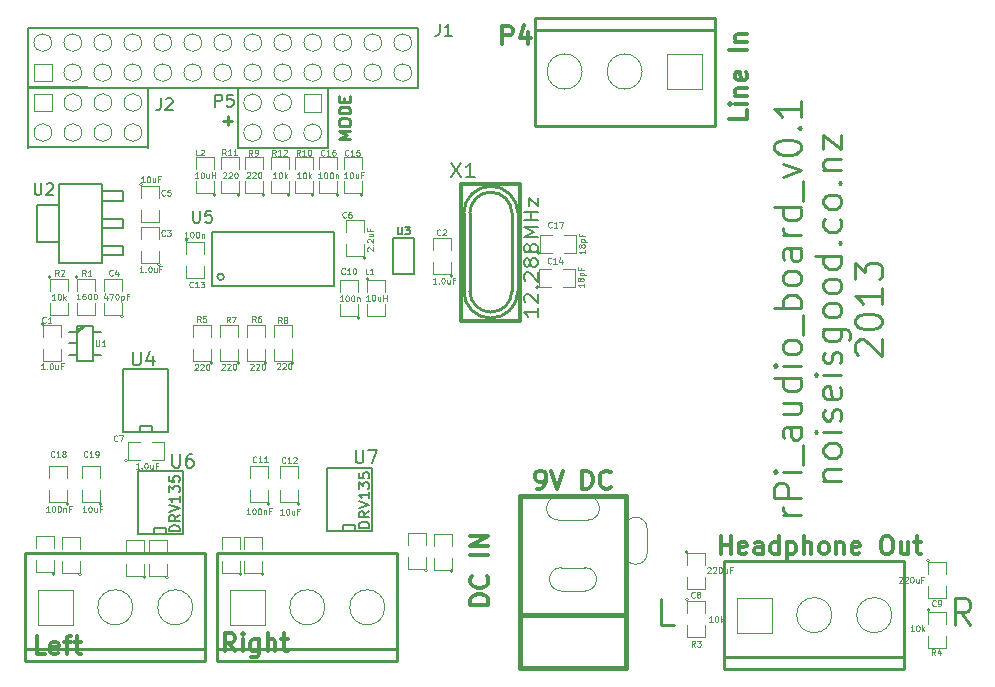
<source format=gto>
G04 (created by PCBNEW (2013-08-09 BZR 4280)-product) date 8/17/2013 3:52:17 PM*
%MOIN*%
G04 Gerber Fmt 3.4, Leading zero omitted, Abs format*
%FSLAX34Y34*%
G01*
G70*
G90*
G04 APERTURE LIST*
%ADD10C,0.001000*%
%ADD11C,0.009843*%
%ADD12C,0.010000*%
%ADD13C,0.005906*%
%ADD14C,0.008000*%
%ADD15C,0.003900*%
%ADD16C,0.015000*%
%ADD17C,0.005000*%
%ADD18C,0.005900*%
%ADD19C,0.011800*%
%ADD20C,0.012000*%
%ADD21C,0.004300*%
%ADD22C,0.007900*%
%ADD23C,0.006000*%
G04 APERTURE END LIST*
G54D10*
G54D11*
X90654Y-60522D02*
X90058Y-60522D01*
X90228Y-60522D02*
X90143Y-60480D01*
X90101Y-60437D01*
X90058Y-60352D01*
X90058Y-60267D01*
X90654Y-59969D02*
X89760Y-59969D01*
X89760Y-59629D01*
X89803Y-59544D01*
X89845Y-59501D01*
X89930Y-59459D01*
X90058Y-59459D01*
X90143Y-59501D01*
X90186Y-59544D01*
X90228Y-59629D01*
X90228Y-59969D01*
X90654Y-59076D02*
X90058Y-59076D01*
X89760Y-59076D02*
X89803Y-59118D01*
X89845Y-59076D01*
X89803Y-59033D01*
X89760Y-59076D01*
X89845Y-59076D01*
X90739Y-58863D02*
X90739Y-58182D01*
X90654Y-57586D02*
X90186Y-57586D01*
X90101Y-57629D01*
X90058Y-57714D01*
X90058Y-57884D01*
X90101Y-57969D01*
X90611Y-57586D02*
X90654Y-57671D01*
X90654Y-57884D01*
X90611Y-57969D01*
X90526Y-58012D01*
X90441Y-58012D01*
X90356Y-57969D01*
X90313Y-57884D01*
X90313Y-57671D01*
X90271Y-57586D01*
X90058Y-56777D02*
X90654Y-56777D01*
X90058Y-57160D02*
X90526Y-57160D01*
X90611Y-57118D01*
X90654Y-57033D01*
X90654Y-56905D01*
X90611Y-56820D01*
X90569Y-56777D01*
X90654Y-55969D02*
X89760Y-55969D01*
X90611Y-55969D02*
X90654Y-56054D01*
X90654Y-56224D01*
X90611Y-56309D01*
X90569Y-56352D01*
X90484Y-56394D01*
X90228Y-56394D01*
X90143Y-56352D01*
X90101Y-56309D01*
X90058Y-56224D01*
X90058Y-56054D01*
X90101Y-55969D01*
X90654Y-55543D02*
X90058Y-55543D01*
X89760Y-55543D02*
X89803Y-55586D01*
X89845Y-55543D01*
X89803Y-55501D01*
X89760Y-55543D01*
X89845Y-55543D01*
X90654Y-54990D02*
X90611Y-55075D01*
X90569Y-55118D01*
X90484Y-55160D01*
X90228Y-55160D01*
X90143Y-55118D01*
X90101Y-55075D01*
X90058Y-54990D01*
X90058Y-54862D01*
X90101Y-54777D01*
X90143Y-54735D01*
X90228Y-54692D01*
X90484Y-54692D01*
X90569Y-54735D01*
X90611Y-54777D01*
X90654Y-54862D01*
X90654Y-54990D01*
X90739Y-54522D02*
X90739Y-53841D01*
X90654Y-53628D02*
X89760Y-53628D01*
X90101Y-53628D02*
X90058Y-53543D01*
X90058Y-53373D01*
X90101Y-53288D01*
X90143Y-53245D01*
X90228Y-53203D01*
X90484Y-53203D01*
X90569Y-53245D01*
X90611Y-53288D01*
X90654Y-53373D01*
X90654Y-53543D01*
X90611Y-53628D01*
X90654Y-52692D02*
X90611Y-52777D01*
X90569Y-52820D01*
X90484Y-52862D01*
X90228Y-52862D01*
X90143Y-52820D01*
X90101Y-52777D01*
X90058Y-52692D01*
X90058Y-52564D01*
X90101Y-52479D01*
X90143Y-52437D01*
X90228Y-52394D01*
X90484Y-52394D01*
X90569Y-52437D01*
X90611Y-52479D01*
X90654Y-52564D01*
X90654Y-52692D01*
X90654Y-51628D02*
X90186Y-51628D01*
X90101Y-51671D01*
X90058Y-51756D01*
X90058Y-51926D01*
X90101Y-52011D01*
X90611Y-51628D02*
X90654Y-51713D01*
X90654Y-51926D01*
X90611Y-52011D01*
X90526Y-52054D01*
X90441Y-52054D01*
X90356Y-52011D01*
X90313Y-51926D01*
X90313Y-51713D01*
X90271Y-51628D01*
X90654Y-51202D02*
X90058Y-51202D01*
X90228Y-51202D02*
X90143Y-51160D01*
X90101Y-51117D01*
X90058Y-51032D01*
X90058Y-50947D01*
X90654Y-50266D02*
X89760Y-50266D01*
X90611Y-50266D02*
X90654Y-50351D01*
X90654Y-50522D01*
X90611Y-50607D01*
X90569Y-50649D01*
X90484Y-50692D01*
X90228Y-50692D01*
X90143Y-50649D01*
X90101Y-50607D01*
X90058Y-50522D01*
X90058Y-50351D01*
X90101Y-50266D01*
X90739Y-50053D02*
X90739Y-49373D01*
X90058Y-49245D02*
X90654Y-49032D01*
X90058Y-48819D01*
X89760Y-48309D02*
X89760Y-48223D01*
X89803Y-48138D01*
X89845Y-48096D01*
X89930Y-48053D01*
X90101Y-48011D01*
X90313Y-48011D01*
X90484Y-48053D01*
X90569Y-48096D01*
X90611Y-48138D01*
X90654Y-48223D01*
X90654Y-48309D01*
X90611Y-48394D01*
X90569Y-48436D01*
X90484Y-48479D01*
X90313Y-48521D01*
X90101Y-48521D01*
X89930Y-48479D01*
X89845Y-48436D01*
X89803Y-48394D01*
X89760Y-48309D01*
X90569Y-47628D02*
X90611Y-47585D01*
X90654Y-47628D01*
X90611Y-47670D01*
X90569Y-47628D01*
X90654Y-47628D01*
X90654Y-46734D02*
X90654Y-47245D01*
X90654Y-46989D02*
X89760Y-46989D01*
X89888Y-47074D01*
X89973Y-47160D01*
X90015Y-47245D01*
X91408Y-59373D02*
X92003Y-59373D01*
X91493Y-59373D02*
X91450Y-59331D01*
X91408Y-59246D01*
X91408Y-59118D01*
X91450Y-59033D01*
X91535Y-58990D01*
X92003Y-58990D01*
X92003Y-58437D02*
X91961Y-58522D01*
X91918Y-58565D01*
X91833Y-58607D01*
X91578Y-58607D01*
X91493Y-58565D01*
X91450Y-58522D01*
X91408Y-58437D01*
X91408Y-58310D01*
X91450Y-58224D01*
X91493Y-58182D01*
X91578Y-58139D01*
X91833Y-58139D01*
X91918Y-58182D01*
X91961Y-58224D01*
X92003Y-58310D01*
X92003Y-58437D01*
X92003Y-57756D02*
X91408Y-57756D01*
X91110Y-57756D02*
X91152Y-57799D01*
X91195Y-57756D01*
X91152Y-57714D01*
X91110Y-57756D01*
X91195Y-57756D01*
X91961Y-57373D02*
X92003Y-57288D01*
X92003Y-57118D01*
X91961Y-57033D01*
X91876Y-56990D01*
X91833Y-56990D01*
X91748Y-57033D01*
X91705Y-57118D01*
X91705Y-57246D01*
X91663Y-57331D01*
X91578Y-57373D01*
X91535Y-57373D01*
X91450Y-57331D01*
X91408Y-57246D01*
X91408Y-57118D01*
X91450Y-57033D01*
X91961Y-56267D02*
X92003Y-56352D01*
X92003Y-56522D01*
X91961Y-56607D01*
X91876Y-56650D01*
X91535Y-56650D01*
X91450Y-56607D01*
X91408Y-56522D01*
X91408Y-56352D01*
X91450Y-56267D01*
X91535Y-56224D01*
X91620Y-56224D01*
X91705Y-56650D01*
X92003Y-55841D02*
X91408Y-55841D01*
X91110Y-55841D02*
X91152Y-55884D01*
X91195Y-55841D01*
X91152Y-55799D01*
X91110Y-55841D01*
X91195Y-55841D01*
X91961Y-55458D02*
X92003Y-55373D01*
X92003Y-55203D01*
X91961Y-55118D01*
X91876Y-55075D01*
X91833Y-55075D01*
X91748Y-55118D01*
X91705Y-55203D01*
X91705Y-55331D01*
X91663Y-55416D01*
X91578Y-55458D01*
X91535Y-55458D01*
X91450Y-55416D01*
X91408Y-55331D01*
X91408Y-55203D01*
X91450Y-55118D01*
X91408Y-54309D02*
X92131Y-54309D01*
X92216Y-54352D01*
X92259Y-54394D01*
X92301Y-54479D01*
X92301Y-54607D01*
X92259Y-54692D01*
X91961Y-54309D02*
X92003Y-54394D01*
X92003Y-54564D01*
X91961Y-54650D01*
X91918Y-54692D01*
X91833Y-54735D01*
X91578Y-54735D01*
X91493Y-54692D01*
X91450Y-54650D01*
X91408Y-54564D01*
X91408Y-54394D01*
X91450Y-54309D01*
X92003Y-53756D02*
X91961Y-53841D01*
X91918Y-53884D01*
X91833Y-53926D01*
X91578Y-53926D01*
X91493Y-53884D01*
X91450Y-53841D01*
X91408Y-53756D01*
X91408Y-53628D01*
X91450Y-53543D01*
X91493Y-53501D01*
X91578Y-53458D01*
X91833Y-53458D01*
X91918Y-53501D01*
X91961Y-53543D01*
X92003Y-53628D01*
X92003Y-53756D01*
X92003Y-52947D02*
X91961Y-53032D01*
X91918Y-53075D01*
X91833Y-53118D01*
X91578Y-53118D01*
X91493Y-53075D01*
X91450Y-53032D01*
X91408Y-52947D01*
X91408Y-52820D01*
X91450Y-52735D01*
X91493Y-52692D01*
X91578Y-52649D01*
X91833Y-52649D01*
X91918Y-52692D01*
X91961Y-52735D01*
X92003Y-52820D01*
X92003Y-52947D01*
X92003Y-51883D02*
X91110Y-51883D01*
X91961Y-51883D02*
X92003Y-51968D01*
X92003Y-52139D01*
X91961Y-52224D01*
X91918Y-52266D01*
X91833Y-52309D01*
X91578Y-52309D01*
X91493Y-52266D01*
X91450Y-52224D01*
X91408Y-52139D01*
X91408Y-51968D01*
X91450Y-51883D01*
X91918Y-51458D02*
X91961Y-51415D01*
X92003Y-51458D01*
X91961Y-51500D01*
X91918Y-51458D01*
X92003Y-51458D01*
X91961Y-50649D02*
X92003Y-50734D01*
X92003Y-50905D01*
X91961Y-50990D01*
X91918Y-51032D01*
X91833Y-51075D01*
X91578Y-51075D01*
X91493Y-51032D01*
X91450Y-50990D01*
X91408Y-50905D01*
X91408Y-50734D01*
X91450Y-50649D01*
X92003Y-50139D02*
X91961Y-50224D01*
X91918Y-50266D01*
X91833Y-50309D01*
X91578Y-50309D01*
X91493Y-50266D01*
X91450Y-50224D01*
X91408Y-50139D01*
X91408Y-50011D01*
X91450Y-49926D01*
X91493Y-49883D01*
X91578Y-49841D01*
X91833Y-49841D01*
X91918Y-49883D01*
X91961Y-49926D01*
X92003Y-50011D01*
X92003Y-50139D01*
X91918Y-49458D02*
X91961Y-49415D01*
X92003Y-49458D01*
X91961Y-49500D01*
X91918Y-49458D01*
X92003Y-49458D01*
X91408Y-49032D02*
X92003Y-49032D01*
X91493Y-49032D02*
X91450Y-48989D01*
X91408Y-48904D01*
X91408Y-48777D01*
X91450Y-48692D01*
X91535Y-48649D01*
X92003Y-48649D01*
X91408Y-48309D02*
X91408Y-47840D01*
X92003Y-48309D01*
X92003Y-47840D01*
X92544Y-55182D02*
X92502Y-55139D01*
X92459Y-55054D01*
X92459Y-54841D01*
X92502Y-54756D01*
X92544Y-54713D01*
X92630Y-54671D01*
X92715Y-54671D01*
X92842Y-54713D01*
X93353Y-55224D01*
X93353Y-54671D01*
X92459Y-54118D02*
X92459Y-54033D01*
X92502Y-53947D01*
X92544Y-53905D01*
X92630Y-53862D01*
X92800Y-53820D01*
X93013Y-53820D01*
X93183Y-53862D01*
X93268Y-53905D01*
X93310Y-53947D01*
X93353Y-54033D01*
X93353Y-54118D01*
X93310Y-54203D01*
X93268Y-54245D01*
X93183Y-54288D01*
X93013Y-54330D01*
X92800Y-54330D01*
X92630Y-54288D01*
X92544Y-54245D01*
X92502Y-54203D01*
X92459Y-54118D01*
X93353Y-52969D02*
X93353Y-53479D01*
X93353Y-53224D02*
X92459Y-53224D01*
X92587Y-53309D01*
X92672Y-53394D01*
X92715Y-53479D01*
X92459Y-52671D02*
X92459Y-52117D01*
X92800Y-52415D01*
X92800Y-52288D01*
X92842Y-52203D01*
X92885Y-52160D01*
X92970Y-52117D01*
X93183Y-52117D01*
X93268Y-52160D01*
X93310Y-52203D01*
X93353Y-52288D01*
X93353Y-52543D01*
X93310Y-52628D01*
X93268Y-52671D01*
X86428Y-64204D02*
X86003Y-64204D01*
X86003Y-63310D01*
X96306Y-64184D02*
X96008Y-63758D01*
X95795Y-64184D02*
X95795Y-63290D01*
X96136Y-63290D01*
X96221Y-63333D01*
X96264Y-63375D01*
X96306Y-63460D01*
X96306Y-63588D01*
X96264Y-63673D01*
X96221Y-63716D01*
X96136Y-63758D01*
X95795Y-63758D01*
X71400Y-47383D02*
X71699Y-47383D01*
X71550Y-47533D02*
X71550Y-47233D01*
X75638Y-47997D02*
X75244Y-47997D01*
X75525Y-47866D01*
X75244Y-47734D01*
X75638Y-47734D01*
X75244Y-47472D02*
X75244Y-47397D01*
X75263Y-47359D01*
X75300Y-47322D01*
X75375Y-47303D01*
X75506Y-47303D01*
X75581Y-47322D01*
X75619Y-47359D01*
X75638Y-47397D01*
X75638Y-47472D01*
X75619Y-47509D01*
X75581Y-47547D01*
X75506Y-47566D01*
X75375Y-47566D01*
X75300Y-47547D01*
X75263Y-47509D01*
X75244Y-47472D01*
X75638Y-47135D02*
X75244Y-47135D01*
X75244Y-47041D01*
X75263Y-46985D01*
X75300Y-46947D01*
X75338Y-46928D01*
X75413Y-46910D01*
X75469Y-46910D01*
X75544Y-46928D01*
X75581Y-46947D01*
X75619Y-46985D01*
X75638Y-47041D01*
X75638Y-47135D01*
X75431Y-46741D02*
X75431Y-46610D01*
X75638Y-46553D02*
X75638Y-46741D01*
X75244Y-46741D01*
X75244Y-46553D01*
G54D12*
X64800Y-65400D02*
X64800Y-65000D01*
X64800Y-65000D02*
X70800Y-65000D01*
X70800Y-65000D02*
X70800Y-65400D01*
X70800Y-65400D02*
X64800Y-65400D01*
X64800Y-61800D02*
X64800Y-62100D01*
X64800Y-61800D02*
X70800Y-61800D01*
X70800Y-61800D02*
X70800Y-62100D01*
X64800Y-65100D02*
X64800Y-62100D01*
X70800Y-65100D02*
X70800Y-62100D01*
G54D13*
X68899Y-48267D02*
X64888Y-48267D01*
X64910Y-46269D02*
X68901Y-46284D01*
G54D14*
X64889Y-48274D02*
X64889Y-46274D01*
X68891Y-46274D02*
X68891Y-48274D01*
X64885Y-46276D02*
X77885Y-46276D01*
X77885Y-44276D02*
X64885Y-44276D01*
X64885Y-44276D02*
X64885Y-46276D01*
X77885Y-46276D02*
X77885Y-44276D01*
G54D15*
X65430Y-54150D02*
G75*
G03X65430Y-54150I-50J0D01*
G74*
G01*
X65380Y-54600D02*
X65380Y-54200D01*
X65380Y-54200D02*
X65980Y-54200D01*
X65980Y-54200D02*
X65980Y-54600D01*
X65980Y-55000D02*
X65980Y-55400D01*
X65980Y-55400D02*
X65380Y-55400D01*
X65380Y-55400D02*
X65380Y-55000D01*
X79050Y-52550D02*
G75*
G03X79050Y-52550I-50J0D01*
G74*
G01*
X79000Y-52100D02*
X79000Y-52500D01*
X79000Y-52500D02*
X78400Y-52500D01*
X78400Y-52500D02*
X78400Y-52100D01*
X78400Y-51700D02*
X78400Y-51300D01*
X78400Y-51300D02*
X79000Y-51300D01*
X79000Y-51300D02*
X79000Y-51700D01*
X69304Y-52180D02*
G75*
G03X69304Y-52180I-50J0D01*
G74*
G01*
X69254Y-51730D02*
X69254Y-52130D01*
X69254Y-52130D02*
X68654Y-52130D01*
X68654Y-52130D02*
X68654Y-51730D01*
X68654Y-51330D02*
X68654Y-50930D01*
X68654Y-50930D02*
X69254Y-50930D01*
X69254Y-50930D02*
X69254Y-51330D01*
X68068Y-53899D02*
G75*
G03X68068Y-53899I-50J0D01*
G74*
G01*
X68018Y-53449D02*
X68018Y-53849D01*
X68018Y-53849D02*
X67418Y-53849D01*
X67418Y-53849D02*
X67418Y-53449D01*
X67418Y-53049D02*
X67418Y-52649D01*
X67418Y-52649D02*
X68018Y-52649D01*
X68018Y-52649D02*
X68018Y-53049D01*
X68698Y-49510D02*
G75*
G03X68698Y-49510I-50J0D01*
G74*
G01*
X68648Y-49960D02*
X68648Y-49560D01*
X68648Y-49560D02*
X69248Y-49560D01*
X69248Y-49560D02*
X69248Y-49960D01*
X69248Y-50360D02*
X69248Y-50760D01*
X69248Y-50760D02*
X68648Y-50760D01*
X68648Y-50760D02*
X68648Y-50360D01*
X76150Y-51950D02*
G75*
G03X76150Y-51950I-50J0D01*
G74*
G01*
X76100Y-51500D02*
X76100Y-51900D01*
X76100Y-51900D02*
X75500Y-51900D01*
X75500Y-51900D02*
X75500Y-51500D01*
X75500Y-51100D02*
X75500Y-50700D01*
X75500Y-50700D02*
X76100Y-50700D01*
X76100Y-50700D02*
X76100Y-51100D01*
X68220Y-58700D02*
G75*
G03X68220Y-58700I-50J0D01*
G74*
G01*
X68620Y-58700D02*
X68220Y-58700D01*
X68220Y-58700D02*
X68220Y-58100D01*
X68220Y-58100D02*
X68620Y-58100D01*
X69020Y-58100D02*
X69420Y-58100D01*
X69420Y-58100D02*
X69420Y-58700D01*
X69420Y-58700D02*
X69020Y-58700D01*
X86894Y-61748D02*
G75*
G03X86894Y-61748I-50J0D01*
G74*
G01*
X86844Y-62198D02*
X86844Y-61798D01*
X86844Y-61798D02*
X87444Y-61798D01*
X87444Y-61798D02*
X87444Y-62198D01*
X87444Y-62598D02*
X87444Y-62998D01*
X87444Y-62998D02*
X86844Y-62998D01*
X86844Y-62998D02*
X86844Y-62598D01*
X94940Y-62050D02*
G75*
G03X94940Y-62050I-50J0D01*
G74*
G01*
X94890Y-62500D02*
X94890Y-62100D01*
X94890Y-62100D02*
X95490Y-62100D01*
X95490Y-62100D02*
X95490Y-62500D01*
X95490Y-62900D02*
X95490Y-63300D01*
X95490Y-63300D02*
X94890Y-63300D01*
X94890Y-63300D02*
X94890Y-62900D01*
X75950Y-53950D02*
G75*
G03X75950Y-53950I-50J0D01*
G74*
G01*
X75900Y-53500D02*
X75900Y-53900D01*
X75900Y-53900D02*
X75300Y-53900D01*
X75300Y-53900D02*
X75300Y-53500D01*
X75300Y-53100D02*
X75300Y-52700D01*
X75300Y-52700D02*
X75900Y-52700D01*
X75900Y-52700D02*
X75900Y-53100D01*
X72950Y-60150D02*
G75*
G03X72950Y-60150I-50J0D01*
G74*
G01*
X72900Y-59700D02*
X72900Y-60100D01*
X72900Y-60100D02*
X72300Y-60100D01*
X72300Y-60100D02*
X72300Y-59700D01*
X72300Y-59300D02*
X72300Y-58900D01*
X72300Y-58900D02*
X72900Y-58900D01*
X72900Y-58900D02*
X72900Y-59300D01*
X73950Y-60150D02*
G75*
G03X73950Y-60150I-50J0D01*
G74*
G01*
X73900Y-59700D02*
X73900Y-60100D01*
X73900Y-60100D02*
X73300Y-60100D01*
X73300Y-60100D02*
X73300Y-59700D01*
X73300Y-59300D02*
X73300Y-58900D01*
X73300Y-58900D02*
X73900Y-58900D01*
X73900Y-58900D02*
X73900Y-59300D01*
X70220Y-51360D02*
G75*
G03X70220Y-51360I-50J0D01*
G74*
G01*
X70170Y-51810D02*
X70170Y-51410D01*
X70170Y-51410D02*
X70770Y-51410D01*
X70770Y-51410D02*
X70770Y-51810D01*
X70770Y-52210D02*
X70770Y-52610D01*
X70770Y-52610D02*
X70170Y-52610D01*
X70170Y-52610D02*
X70170Y-52210D01*
X81920Y-52920D02*
G75*
G03X81920Y-52920I-50J0D01*
G74*
G01*
X82320Y-52920D02*
X81920Y-52920D01*
X81920Y-52920D02*
X81920Y-52320D01*
X81920Y-52320D02*
X82320Y-52320D01*
X82720Y-52320D02*
X83120Y-52320D01*
X83120Y-52320D02*
X83120Y-52920D01*
X83120Y-52920D02*
X82720Y-52920D01*
X76070Y-49850D02*
G75*
G03X76070Y-49850I-50J0D01*
G74*
G01*
X76020Y-49400D02*
X76020Y-49800D01*
X76020Y-49800D02*
X75420Y-49800D01*
X75420Y-49800D02*
X75420Y-49400D01*
X75420Y-49000D02*
X75420Y-48600D01*
X75420Y-48600D02*
X76020Y-48600D01*
X76020Y-48600D02*
X76020Y-49000D01*
X75250Y-49850D02*
G75*
G03X75250Y-49850I-50J0D01*
G74*
G01*
X75200Y-49400D02*
X75200Y-49800D01*
X75200Y-49800D02*
X74600Y-49800D01*
X74600Y-49800D02*
X74600Y-49400D01*
X74600Y-49000D02*
X74600Y-48600D01*
X74600Y-48600D02*
X75200Y-48600D01*
X75200Y-48600D02*
X75200Y-49000D01*
X81960Y-51780D02*
G75*
G03X81960Y-51780I-50J0D01*
G74*
G01*
X82360Y-51780D02*
X81960Y-51780D01*
X81960Y-51780D02*
X81960Y-51180D01*
X81960Y-51180D02*
X82360Y-51180D01*
X82760Y-51180D02*
X83160Y-51180D01*
X83160Y-51180D02*
X83160Y-51780D01*
X83160Y-51780D02*
X82760Y-51780D01*
X66250Y-60150D02*
G75*
G03X66250Y-60150I-50J0D01*
G74*
G01*
X66200Y-59700D02*
X66200Y-60100D01*
X66200Y-60100D02*
X65600Y-60100D01*
X65600Y-60100D02*
X65600Y-59700D01*
X65600Y-59300D02*
X65600Y-58900D01*
X65600Y-58900D02*
X66200Y-58900D01*
X66200Y-58900D02*
X66200Y-59300D01*
X67350Y-60150D02*
G75*
G03X67350Y-60150I-50J0D01*
G74*
G01*
X67300Y-59700D02*
X67300Y-60100D01*
X67300Y-60100D02*
X66700Y-60100D01*
X66700Y-60100D02*
X66700Y-59700D01*
X66700Y-59300D02*
X66700Y-58900D01*
X66700Y-58900D02*
X67300Y-58900D01*
X67300Y-58900D02*
X67300Y-59300D01*
X76250Y-52650D02*
G75*
G03X76250Y-52650I-50J0D01*
G74*
G01*
X76200Y-53100D02*
X76200Y-52700D01*
X76200Y-52700D02*
X76800Y-52700D01*
X76800Y-52700D02*
X76800Y-53100D01*
X76800Y-53500D02*
X76800Y-53900D01*
X76800Y-53900D02*
X76200Y-53900D01*
X76200Y-53900D02*
X76200Y-53500D01*
X71150Y-49850D02*
G75*
G03X71150Y-49850I-50J0D01*
G74*
G01*
X71100Y-49400D02*
X71100Y-49800D01*
X71100Y-49800D02*
X70500Y-49800D01*
X70500Y-49800D02*
X70500Y-49400D01*
X70500Y-49000D02*
X70500Y-48600D01*
X70500Y-48600D02*
X71100Y-48600D01*
X71100Y-48600D02*
X71100Y-49000D01*
G54D16*
X81288Y-63862D02*
X84832Y-63862D01*
X81288Y-65634D02*
X84832Y-65634D01*
X84832Y-65634D02*
X84832Y-59886D01*
X84832Y-59886D02*
X81288Y-59886D01*
X81288Y-59886D02*
X81288Y-65634D01*
G54D12*
X88100Y-65660D02*
X88100Y-65260D01*
X88100Y-65260D02*
X94100Y-65260D01*
X94100Y-65260D02*
X94100Y-65660D01*
X94100Y-65660D02*
X88100Y-65660D01*
X88100Y-62060D02*
X88100Y-62360D01*
X88100Y-62060D02*
X94100Y-62060D01*
X94100Y-62060D02*
X94100Y-62360D01*
X88100Y-65360D02*
X88100Y-62360D01*
X94100Y-65360D02*
X94100Y-62360D01*
X87780Y-43940D02*
X87780Y-44340D01*
X87780Y-44340D02*
X81780Y-44340D01*
X81780Y-44340D02*
X81780Y-43940D01*
X81780Y-43940D02*
X87780Y-43940D01*
X87780Y-47540D02*
X87780Y-47240D01*
X87780Y-47540D02*
X81780Y-47540D01*
X81780Y-47540D02*
X81780Y-47240D01*
X87780Y-44240D02*
X87780Y-47240D01*
X81780Y-44240D02*
X81780Y-47240D01*
G54D14*
X71880Y-46280D02*
X74880Y-46280D01*
X74880Y-48280D02*
X71880Y-48280D01*
X71880Y-48280D02*
X71880Y-46280D01*
X74880Y-46280D02*
X74880Y-48280D01*
G54D12*
X71200Y-65400D02*
X71200Y-65000D01*
X71200Y-65000D02*
X77200Y-65000D01*
X77200Y-65000D02*
X77200Y-65400D01*
X77200Y-65400D02*
X71200Y-65400D01*
X71200Y-61800D02*
X71200Y-62100D01*
X71200Y-61800D02*
X77200Y-61800D01*
X77200Y-61800D02*
X77200Y-62100D01*
X71200Y-65100D02*
X71200Y-62100D01*
X77200Y-65100D02*
X77200Y-62100D01*
G54D15*
X66565Y-52599D02*
G75*
G03X66565Y-52599I-50J0D01*
G74*
G01*
X66515Y-53049D02*
X66515Y-52649D01*
X66515Y-52649D02*
X67115Y-52649D01*
X67115Y-52649D02*
X67115Y-53049D01*
X67115Y-53449D02*
X67115Y-53849D01*
X67115Y-53849D02*
X66515Y-53849D01*
X66515Y-53849D02*
X66515Y-53449D01*
X65670Y-52590D02*
G75*
G03X65670Y-52590I-50J0D01*
G74*
G01*
X65620Y-53040D02*
X65620Y-52640D01*
X65620Y-52640D02*
X66220Y-52640D01*
X66220Y-52640D02*
X66220Y-53040D01*
X66220Y-53440D02*
X66220Y-53840D01*
X66220Y-53840D02*
X65620Y-53840D01*
X65620Y-53840D02*
X65620Y-53440D01*
X86910Y-63340D02*
G75*
G03X86910Y-63340I-50J0D01*
G74*
G01*
X86860Y-63790D02*
X86860Y-63390D01*
X86860Y-63390D02*
X87460Y-63390D01*
X87460Y-63390D02*
X87460Y-63790D01*
X87460Y-64190D02*
X87460Y-64590D01*
X87460Y-64590D02*
X86860Y-64590D01*
X86860Y-64590D02*
X86860Y-64190D01*
X94950Y-63690D02*
G75*
G03X94950Y-63690I-50J0D01*
G74*
G01*
X94900Y-64140D02*
X94900Y-63740D01*
X94900Y-63740D02*
X95500Y-63740D01*
X95500Y-63740D02*
X95500Y-64140D01*
X95500Y-64540D02*
X95500Y-64940D01*
X95500Y-64940D02*
X94900Y-64940D01*
X94900Y-64940D02*
X94900Y-64540D01*
X71050Y-55450D02*
G75*
G03X71050Y-55450I-50J0D01*
G74*
G01*
X71000Y-55000D02*
X71000Y-55400D01*
X71000Y-55400D02*
X70400Y-55400D01*
X70400Y-55400D02*
X70400Y-55000D01*
X70400Y-54600D02*
X70400Y-54200D01*
X70400Y-54200D02*
X71000Y-54200D01*
X71000Y-54200D02*
X71000Y-54600D01*
X72850Y-55450D02*
G75*
G03X72850Y-55450I-50J0D01*
G74*
G01*
X72800Y-55000D02*
X72800Y-55400D01*
X72800Y-55400D02*
X72200Y-55400D01*
X72200Y-55400D02*
X72200Y-55000D01*
X72200Y-54600D02*
X72200Y-54200D01*
X72200Y-54200D02*
X72800Y-54200D01*
X72800Y-54200D02*
X72800Y-54600D01*
X71950Y-55450D02*
G75*
G03X71950Y-55450I-50J0D01*
G74*
G01*
X71900Y-55000D02*
X71900Y-55400D01*
X71900Y-55400D02*
X71300Y-55400D01*
X71300Y-55400D02*
X71300Y-55000D01*
X71300Y-54600D02*
X71300Y-54200D01*
X71300Y-54200D02*
X71900Y-54200D01*
X71900Y-54200D02*
X71900Y-54600D01*
X73750Y-55450D02*
G75*
G03X73750Y-55450I-50J0D01*
G74*
G01*
X73700Y-55000D02*
X73700Y-55400D01*
X73700Y-55400D02*
X73100Y-55400D01*
X73100Y-55400D02*
X73100Y-55000D01*
X73100Y-54600D02*
X73100Y-54200D01*
X73100Y-54200D02*
X73700Y-54200D01*
X73700Y-54200D02*
X73700Y-54600D01*
X72790Y-49850D02*
G75*
G03X72790Y-49850I-50J0D01*
G74*
G01*
X72740Y-49400D02*
X72740Y-49800D01*
X72740Y-49800D02*
X72140Y-49800D01*
X72140Y-49800D02*
X72140Y-49400D01*
X72140Y-49000D02*
X72140Y-48600D01*
X72140Y-48600D02*
X72740Y-48600D01*
X72740Y-48600D02*
X72740Y-49000D01*
X74430Y-49850D02*
G75*
G03X74430Y-49850I-50J0D01*
G74*
G01*
X74380Y-49400D02*
X74380Y-49800D01*
X74380Y-49800D02*
X73780Y-49800D01*
X73780Y-49800D02*
X73780Y-49400D01*
X73780Y-49000D02*
X73780Y-48600D01*
X73780Y-48600D02*
X74380Y-48600D01*
X74380Y-48600D02*
X74380Y-49000D01*
X71970Y-49850D02*
G75*
G03X71970Y-49850I-50J0D01*
G74*
G01*
X71920Y-49400D02*
X71920Y-49800D01*
X71920Y-49800D02*
X71320Y-49800D01*
X71320Y-49800D02*
X71320Y-49400D01*
X71320Y-49000D02*
X71320Y-48600D01*
X71320Y-48600D02*
X71920Y-48600D01*
X71920Y-48600D02*
X71920Y-49000D01*
X73630Y-49850D02*
G75*
G03X73630Y-49850I-50J0D01*
G74*
G01*
X73580Y-49400D02*
X73580Y-49800D01*
X73580Y-49800D02*
X72980Y-49800D01*
X72980Y-49800D02*
X72980Y-49400D01*
X72980Y-49000D02*
X72980Y-48600D01*
X72980Y-48600D02*
X73580Y-48600D01*
X73580Y-48600D02*
X73580Y-49000D01*
G54D17*
X66525Y-54465D02*
X66780Y-54210D01*
X66525Y-54405D02*
X66720Y-54210D01*
X67075Y-55175D02*
X67335Y-55175D01*
X67075Y-54425D02*
X67335Y-54425D01*
X66525Y-54800D02*
X66265Y-54800D01*
X66525Y-55175D02*
X66265Y-55175D01*
X66525Y-54425D02*
X66265Y-54425D01*
X67075Y-54210D02*
X67075Y-55390D01*
X67075Y-55390D02*
X66525Y-55390D01*
X66525Y-55390D02*
X66525Y-54210D01*
X66525Y-54210D02*
X67075Y-54210D01*
X65205Y-51410D02*
X65205Y-50190D01*
X65205Y-50190D02*
X65910Y-50190D01*
X65205Y-51410D02*
X65910Y-51410D01*
X68075Y-50055D02*
X68075Y-49735D01*
X68075Y-49735D02*
X67370Y-49735D01*
X68075Y-50055D02*
X67370Y-50055D01*
X68075Y-50960D02*
X67370Y-50960D01*
X68075Y-50640D02*
X67370Y-50640D01*
X68075Y-50960D02*
X68075Y-50640D01*
X68075Y-51865D02*
X68075Y-51545D01*
X68075Y-51545D02*
X67370Y-51545D01*
X68075Y-51865D02*
X67370Y-51865D01*
X67370Y-49480D02*
X67370Y-52120D01*
X67370Y-52120D02*
X65910Y-52120D01*
X65910Y-52120D02*
X65910Y-49480D01*
X65910Y-49480D02*
X67370Y-49480D01*
X77050Y-51300D02*
X77750Y-51300D01*
X77750Y-51300D02*
X77750Y-52500D01*
X77750Y-52500D02*
X77050Y-52500D01*
X77050Y-52500D02*
X77050Y-51300D01*
X69520Y-57750D02*
X69570Y-57750D01*
X69570Y-57750D02*
X69570Y-55650D01*
X68070Y-55650D02*
X68070Y-57750D01*
X68070Y-57750D02*
X69520Y-57750D01*
X68620Y-57750D02*
X68620Y-57550D01*
X68620Y-57550D02*
X69020Y-57550D01*
X69020Y-57550D02*
X69020Y-57750D01*
X68070Y-55650D02*
X69570Y-55650D01*
G54D18*
X75107Y-51074D02*
X75107Y-52886D01*
X71013Y-52886D02*
X71013Y-51074D01*
X71013Y-51074D02*
X75107Y-51074D01*
X75107Y-52886D02*
X71013Y-52886D01*
X71423Y-52584D02*
G75*
G03X71423Y-52584I-111J0D01*
G74*
G01*
G54D17*
X70000Y-61150D02*
X70050Y-61150D01*
X70050Y-61150D02*
X70050Y-59050D01*
X68550Y-59050D02*
X68550Y-61150D01*
X68550Y-61150D02*
X70000Y-61150D01*
X69100Y-61150D02*
X69100Y-60950D01*
X69100Y-60950D02*
X69500Y-60950D01*
X69500Y-60950D02*
X69500Y-61150D01*
X68550Y-59050D02*
X70050Y-59050D01*
X76300Y-61050D02*
X76350Y-61050D01*
X76350Y-61050D02*
X76350Y-58950D01*
X74850Y-58950D02*
X74850Y-61050D01*
X74850Y-61050D02*
X76300Y-61050D01*
X75400Y-61050D02*
X75400Y-60850D01*
X75400Y-60850D02*
X75800Y-60850D01*
X75800Y-60850D02*
X75800Y-61050D01*
X74850Y-58950D02*
X76350Y-58950D01*
G54D19*
X79336Y-54043D02*
X81304Y-54043D01*
X81304Y-54043D02*
X81304Y-49477D01*
X81304Y-49477D02*
X79336Y-49477D01*
X79336Y-49477D02*
X79336Y-54043D01*
G54D12*
X80320Y-49560D02*
G75*
G03X79420Y-50460I0J-900D01*
G74*
G01*
X81020Y-53060D02*
X81020Y-50460D01*
X79620Y-50460D02*
X79620Y-53060D01*
X81020Y-50460D02*
G75*
G03X80320Y-49760I-700J0D01*
G74*
G01*
X80320Y-49760D02*
G75*
G03X79620Y-50460I0J-700D01*
G74*
G01*
X80320Y-53760D02*
G75*
G03X81020Y-53060I0J700D01*
G74*
G01*
X79620Y-53060D02*
G75*
G03X80320Y-53760I700J0D01*
G74*
G01*
X81220Y-50460D02*
G75*
G03X80320Y-49560I-900J0D01*
G74*
G01*
X81220Y-50460D02*
X81220Y-53060D01*
X79420Y-53060D02*
X79420Y-50460D01*
X80320Y-53960D02*
G75*
G03X81220Y-53060I0J900D01*
G74*
G01*
X79420Y-53060D02*
G75*
G03X80320Y-53960I900J0D01*
G74*
G01*
G54D15*
X72020Y-62495D02*
G75*
G03X72020Y-62495I-50J0D01*
G74*
G01*
X71970Y-62045D02*
X71970Y-62445D01*
X71970Y-62445D02*
X71370Y-62445D01*
X71370Y-62445D02*
X71370Y-62045D01*
X71370Y-61645D02*
X71370Y-61245D01*
X71370Y-61245D02*
X71970Y-61245D01*
X71970Y-61245D02*
X71970Y-61645D01*
X72751Y-62495D02*
G75*
G03X72751Y-62495I-50J0D01*
G74*
G01*
X72701Y-62045D02*
X72701Y-62445D01*
X72701Y-62445D02*
X72101Y-62445D01*
X72101Y-62445D02*
X72101Y-62045D01*
X72101Y-61645D02*
X72101Y-61245D01*
X72101Y-61245D02*
X72701Y-61245D01*
X72701Y-61245D02*
X72701Y-61645D01*
X78215Y-62375D02*
G75*
G03X78215Y-62375I-50J0D01*
G74*
G01*
X78165Y-61925D02*
X78165Y-62325D01*
X78165Y-62325D02*
X77565Y-62325D01*
X77565Y-62325D02*
X77565Y-61925D01*
X77565Y-61525D02*
X77565Y-61125D01*
X77565Y-61125D02*
X78165Y-61125D01*
X78165Y-61125D02*
X78165Y-61525D01*
X79070Y-62390D02*
G75*
G03X79070Y-62390I-50J0D01*
G74*
G01*
X79020Y-61940D02*
X79020Y-62340D01*
X79020Y-62340D02*
X78420Y-62340D01*
X78420Y-62340D02*
X78420Y-61940D01*
X78420Y-61540D02*
X78420Y-61140D01*
X78420Y-61140D02*
X79020Y-61140D01*
X79020Y-61140D02*
X79020Y-61540D01*
X69580Y-62593D02*
G75*
G03X69580Y-62593I-50J0D01*
G74*
G01*
X69530Y-62143D02*
X69530Y-62543D01*
X69530Y-62543D02*
X68930Y-62543D01*
X68930Y-62543D02*
X68930Y-62143D01*
X68930Y-61743D02*
X68930Y-61343D01*
X68930Y-61343D02*
X69530Y-61343D01*
X69530Y-61343D02*
X69530Y-61743D01*
X68817Y-62593D02*
G75*
G03X68817Y-62593I-50J0D01*
G74*
G01*
X68767Y-62143D02*
X68767Y-62543D01*
X68767Y-62543D02*
X68167Y-62543D01*
X68167Y-62543D02*
X68167Y-62143D01*
X68167Y-61743D02*
X68167Y-61343D01*
X68167Y-61343D02*
X68767Y-61343D01*
X68767Y-61343D02*
X68767Y-61743D01*
X65807Y-62488D02*
G75*
G03X65807Y-62488I-50J0D01*
G74*
G01*
X65757Y-62038D02*
X65757Y-62438D01*
X65757Y-62438D02*
X65157Y-62438D01*
X65157Y-62438D02*
X65157Y-62038D01*
X65157Y-61638D02*
X65157Y-61238D01*
X65157Y-61238D02*
X65757Y-61238D01*
X65757Y-61238D02*
X65757Y-61638D01*
X66675Y-62495D02*
G75*
G03X66675Y-62495I-50J0D01*
G74*
G01*
X66625Y-62045D02*
X66625Y-62445D01*
X66625Y-62445D02*
X66025Y-62445D01*
X66025Y-62445D02*
X66025Y-62045D01*
X66025Y-61645D02*
X66025Y-61245D01*
X66025Y-61245D02*
X66625Y-61245D01*
X66625Y-61245D02*
X66625Y-61645D01*
G54D10*
X65214Y-63014D02*
X65214Y-64185D01*
X66385Y-64185D01*
X66385Y-63014D01*
X65214Y-63014D01*
X68385Y-63600D02*
G75*
G03X68385Y-63600I-585J0D01*
G74*
G01*
X70385Y-63600D02*
G75*
G03X70385Y-63600I-585J0D01*
G74*
G01*
X65094Y-46479D02*
X65094Y-47069D01*
X65684Y-47069D01*
X65684Y-46479D01*
X65094Y-46479D01*
X65684Y-47774D02*
G75*
G03X65684Y-47774I-295J0D01*
G74*
G01*
X66684Y-46774D02*
G75*
G03X66684Y-46774I-295J0D01*
G74*
G01*
X66684Y-47774D02*
G75*
G03X66684Y-47774I-295J0D01*
G74*
G01*
X67684Y-46774D02*
G75*
G03X67684Y-46774I-295J0D01*
G74*
G01*
X67684Y-47774D02*
G75*
G03X67684Y-47774I-295J0D01*
G74*
G01*
X68684Y-46774D02*
G75*
G03X68684Y-46774I-295J0D01*
G74*
G01*
X68684Y-47774D02*
G75*
G03X68684Y-47774I-295J0D01*
G74*
G01*
X65090Y-45481D02*
X65090Y-46071D01*
X65680Y-46071D01*
X65680Y-45481D01*
X65090Y-45481D01*
X65680Y-44776D02*
G75*
G03X65680Y-44776I-295J0D01*
G74*
G01*
X66680Y-45776D02*
G75*
G03X66680Y-45776I-295J0D01*
G74*
G01*
X66680Y-44776D02*
G75*
G03X66680Y-44776I-295J0D01*
G74*
G01*
X67680Y-45776D02*
G75*
G03X67680Y-45776I-295J0D01*
G74*
G01*
X67680Y-44776D02*
G75*
G03X67680Y-44776I-295J0D01*
G74*
G01*
X68680Y-45776D02*
G75*
G03X68680Y-45776I-295J0D01*
G74*
G01*
X68680Y-44776D02*
G75*
G03X68680Y-44776I-295J0D01*
G74*
G01*
X69680Y-45776D02*
G75*
G03X69680Y-45776I-295J0D01*
G74*
G01*
X69680Y-44776D02*
G75*
G03X69680Y-44776I-295J0D01*
G74*
G01*
X70680Y-45776D02*
G75*
G03X70680Y-45776I-295J0D01*
G74*
G01*
X70680Y-44776D02*
G75*
G03X70680Y-44776I-295J0D01*
G74*
G01*
X71680Y-45776D02*
G75*
G03X71680Y-45776I-295J0D01*
G74*
G01*
X71680Y-44776D02*
G75*
G03X71680Y-44776I-295J0D01*
G74*
G01*
X72680Y-45776D02*
G75*
G03X72680Y-45776I-295J0D01*
G74*
G01*
X72680Y-44776D02*
G75*
G03X72680Y-44776I-295J0D01*
G74*
G01*
X73680Y-45776D02*
G75*
G03X73680Y-45776I-295J0D01*
G74*
G01*
X73680Y-44776D02*
G75*
G03X73680Y-44776I-295J0D01*
G74*
G01*
X74680Y-45776D02*
G75*
G03X74680Y-45776I-295J0D01*
G74*
G01*
X74680Y-44776D02*
G75*
G03X74680Y-44776I-295J0D01*
G74*
G01*
X75680Y-45776D02*
G75*
G03X75680Y-45776I-295J0D01*
G74*
G01*
X75680Y-44776D02*
G75*
G03X75680Y-44776I-295J0D01*
G74*
G01*
X76680Y-45776D02*
G75*
G03X76680Y-45776I-295J0D01*
G74*
G01*
X76680Y-44776D02*
G75*
G03X76680Y-44776I-295J0D01*
G74*
G01*
X77680Y-45776D02*
G75*
G03X77680Y-45776I-295J0D01*
G74*
G01*
X77680Y-44776D02*
G75*
G03X77680Y-44776I-295J0D01*
G74*
G01*
X84758Y-60988D02*
X84758Y-61776D01*
X85535Y-60988D02*
X85535Y-61776D01*
X84758Y-61776D02*
G75*
G03X85535Y-61776I388J0D01*
G74*
G01*
X85535Y-60988D02*
G75*
G03X84758Y-60988I-388J0D01*
G74*
G01*
X82666Y-63050D02*
X83454Y-63050D01*
X82666Y-62273D02*
X83454Y-62273D01*
X83454Y-63050D02*
G75*
G03X83454Y-62273I0J388D01*
G74*
G01*
X82666Y-62273D02*
G75*
G03X82666Y-63050I0J-388D01*
G74*
G01*
X82567Y-60687D02*
X83552Y-60687D01*
X82567Y-59910D02*
X83552Y-59910D01*
X83552Y-60687D02*
G75*
G03X83552Y-59910I0J388D01*
G74*
G01*
X82567Y-59910D02*
G75*
G03X82567Y-60687I0J-388D01*
G74*
G01*
X88514Y-63274D02*
X88514Y-64445D01*
X89685Y-64445D01*
X89685Y-63274D01*
X88514Y-63274D01*
X91685Y-63860D02*
G75*
G03X91685Y-63860I-585J0D01*
G74*
G01*
X93685Y-63860D02*
G75*
G03X93685Y-63860I-585J0D01*
G74*
G01*
X86194Y-45154D02*
X86194Y-46325D01*
X87365Y-46325D01*
X87365Y-45154D01*
X86194Y-45154D01*
X85365Y-45740D02*
G75*
G03X85365Y-45740I-585J0D01*
G74*
G01*
X83365Y-45740D02*
G75*
G03X83365Y-45740I-585J0D01*
G74*
G01*
X74085Y-46485D02*
X74085Y-47075D01*
X74675Y-47075D01*
X74675Y-46485D01*
X74085Y-46485D01*
X74675Y-47780D02*
G75*
G03X74675Y-47780I-295J0D01*
G74*
G01*
X73675Y-46780D02*
G75*
G03X73675Y-46780I-295J0D01*
G74*
G01*
X73675Y-47780D02*
G75*
G03X73675Y-47780I-295J0D01*
G74*
G01*
X72675Y-46780D02*
G75*
G03X72675Y-46780I-295J0D01*
G74*
G01*
X72675Y-47780D02*
G75*
G03X72675Y-47780I-295J0D01*
G74*
G01*
X71614Y-63014D02*
X71614Y-64185D01*
X72785Y-64185D01*
X72785Y-63014D01*
X71614Y-63014D01*
X74785Y-63600D02*
G75*
G03X74785Y-63600I-585J0D01*
G74*
G01*
X76785Y-63600D02*
G75*
G03X76785Y-63600I-585J0D01*
G74*
G01*
G54D20*
X65465Y-65161D02*
X65180Y-65161D01*
X65180Y-64561D01*
X65894Y-65132D02*
X65837Y-65161D01*
X65722Y-65161D01*
X65665Y-65132D01*
X65637Y-65075D01*
X65637Y-64847D01*
X65665Y-64790D01*
X65722Y-64761D01*
X65837Y-64761D01*
X65894Y-64790D01*
X65922Y-64847D01*
X65922Y-64904D01*
X65637Y-64961D01*
X66094Y-64761D02*
X66322Y-64761D01*
X66180Y-65161D02*
X66180Y-64647D01*
X66208Y-64590D01*
X66265Y-64561D01*
X66322Y-64561D01*
X66437Y-64761D02*
X66665Y-64761D01*
X66522Y-64561D02*
X66522Y-65075D01*
X66551Y-65132D01*
X66608Y-65161D01*
X66665Y-65161D01*
G54D14*
X69316Y-46630D02*
X69316Y-46916D01*
X69297Y-46973D01*
X69259Y-47011D01*
X69202Y-47030D01*
X69164Y-47030D01*
X69488Y-46669D02*
X69507Y-46650D01*
X69545Y-46630D01*
X69640Y-46630D01*
X69678Y-46650D01*
X69697Y-46669D01*
X69716Y-46707D01*
X69716Y-46745D01*
X69697Y-46802D01*
X69469Y-47030D01*
X69716Y-47030D01*
X78616Y-44150D02*
X78616Y-44436D01*
X78597Y-44493D01*
X78559Y-44531D01*
X78502Y-44550D01*
X78464Y-44550D01*
X79016Y-44550D02*
X78788Y-44550D01*
X78902Y-44550D02*
X78902Y-44150D01*
X78864Y-44208D01*
X78826Y-44246D01*
X78788Y-44265D01*
G54D21*
X65487Y-54096D02*
X65477Y-54105D01*
X65449Y-54115D01*
X65430Y-54115D01*
X65402Y-54105D01*
X65383Y-54086D01*
X65374Y-54068D01*
X65365Y-54030D01*
X65365Y-54002D01*
X65374Y-53965D01*
X65383Y-53946D01*
X65402Y-53927D01*
X65430Y-53918D01*
X65449Y-53918D01*
X65477Y-53927D01*
X65487Y-53936D01*
X65674Y-54115D02*
X65562Y-54115D01*
X65618Y-54115D02*
X65618Y-53918D01*
X65599Y-53946D01*
X65580Y-53965D01*
X65562Y-53974D01*
X65444Y-55669D02*
X65331Y-55669D01*
X65387Y-55669D02*
X65387Y-55472D01*
X65368Y-55500D01*
X65350Y-55519D01*
X65331Y-55528D01*
X65528Y-55650D02*
X65537Y-55659D01*
X65528Y-55669D01*
X65519Y-55659D01*
X65528Y-55650D01*
X65528Y-55669D01*
X65659Y-55472D02*
X65678Y-55472D01*
X65697Y-55481D01*
X65706Y-55490D01*
X65716Y-55509D01*
X65725Y-55547D01*
X65725Y-55594D01*
X65716Y-55631D01*
X65706Y-55650D01*
X65697Y-55659D01*
X65678Y-55669D01*
X65659Y-55669D01*
X65641Y-55659D01*
X65631Y-55650D01*
X65622Y-55631D01*
X65612Y-55594D01*
X65612Y-55547D01*
X65622Y-55509D01*
X65631Y-55490D01*
X65641Y-55481D01*
X65659Y-55472D01*
X65894Y-55537D02*
X65894Y-55669D01*
X65809Y-55537D02*
X65809Y-55640D01*
X65819Y-55659D01*
X65838Y-55669D01*
X65866Y-55669D01*
X65884Y-55659D01*
X65894Y-55650D01*
X66053Y-55565D02*
X65988Y-55565D01*
X65988Y-55669D02*
X65988Y-55472D01*
X66081Y-55472D01*
X78641Y-51176D02*
X78631Y-51185D01*
X78603Y-51195D01*
X78584Y-51195D01*
X78556Y-51185D01*
X78537Y-51166D01*
X78528Y-51148D01*
X78519Y-51110D01*
X78519Y-51082D01*
X78528Y-51045D01*
X78537Y-51026D01*
X78556Y-51007D01*
X78584Y-50998D01*
X78603Y-50998D01*
X78631Y-51007D01*
X78641Y-51016D01*
X78716Y-51016D02*
X78725Y-51007D01*
X78744Y-50998D01*
X78791Y-50998D01*
X78810Y-51007D01*
X78819Y-51016D01*
X78828Y-51035D01*
X78828Y-51054D01*
X78819Y-51082D01*
X78706Y-51195D01*
X78828Y-51195D01*
X78502Y-52809D02*
X78389Y-52809D01*
X78445Y-52809D02*
X78445Y-52612D01*
X78426Y-52640D01*
X78408Y-52659D01*
X78389Y-52668D01*
X78586Y-52790D02*
X78595Y-52799D01*
X78586Y-52809D01*
X78577Y-52799D01*
X78586Y-52790D01*
X78586Y-52809D01*
X78717Y-52612D02*
X78736Y-52612D01*
X78755Y-52621D01*
X78764Y-52630D01*
X78774Y-52649D01*
X78783Y-52687D01*
X78783Y-52734D01*
X78774Y-52771D01*
X78764Y-52790D01*
X78755Y-52799D01*
X78736Y-52809D01*
X78717Y-52809D01*
X78699Y-52799D01*
X78689Y-52790D01*
X78680Y-52771D01*
X78670Y-52734D01*
X78670Y-52687D01*
X78680Y-52649D01*
X78689Y-52630D01*
X78699Y-52621D01*
X78717Y-52612D01*
X78952Y-52677D02*
X78952Y-52809D01*
X78867Y-52677D02*
X78867Y-52780D01*
X78877Y-52799D01*
X78896Y-52809D01*
X78924Y-52809D01*
X78942Y-52799D01*
X78952Y-52790D01*
X79111Y-52705D02*
X79046Y-52705D01*
X79046Y-52809D02*
X79046Y-52612D01*
X79139Y-52612D01*
X69457Y-51200D02*
X69447Y-51209D01*
X69419Y-51219D01*
X69400Y-51219D01*
X69372Y-51209D01*
X69353Y-51190D01*
X69344Y-51172D01*
X69335Y-51134D01*
X69335Y-51106D01*
X69344Y-51069D01*
X69353Y-51050D01*
X69372Y-51031D01*
X69400Y-51022D01*
X69419Y-51022D01*
X69447Y-51031D01*
X69457Y-51040D01*
X69522Y-51022D02*
X69644Y-51022D01*
X69579Y-51097D01*
X69607Y-51097D01*
X69626Y-51106D01*
X69635Y-51115D01*
X69644Y-51134D01*
X69644Y-51181D01*
X69635Y-51200D01*
X69626Y-51209D01*
X69607Y-51219D01*
X69550Y-51219D01*
X69532Y-51209D01*
X69522Y-51200D01*
X68732Y-52429D02*
X68619Y-52429D01*
X68675Y-52429D02*
X68675Y-52232D01*
X68656Y-52260D01*
X68638Y-52279D01*
X68619Y-52288D01*
X68816Y-52410D02*
X68825Y-52419D01*
X68816Y-52429D01*
X68807Y-52419D01*
X68816Y-52410D01*
X68816Y-52429D01*
X68947Y-52232D02*
X68966Y-52232D01*
X68985Y-52241D01*
X68994Y-52250D01*
X69004Y-52269D01*
X69013Y-52307D01*
X69013Y-52354D01*
X69004Y-52391D01*
X68994Y-52410D01*
X68985Y-52419D01*
X68966Y-52429D01*
X68947Y-52429D01*
X68929Y-52419D01*
X68919Y-52410D01*
X68910Y-52391D01*
X68900Y-52354D01*
X68900Y-52307D01*
X68910Y-52269D01*
X68919Y-52250D01*
X68929Y-52241D01*
X68947Y-52232D01*
X69182Y-52297D02*
X69182Y-52429D01*
X69097Y-52297D02*
X69097Y-52400D01*
X69107Y-52419D01*
X69126Y-52429D01*
X69154Y-52429D01*
X69172Y-52419D01*
X69182Y-52410D01*
X69341Y-52325D02*
X69276Y-52325D01*
X69276Y-52429D02*
X69276Y-52232D01*
X69369Y-52232D01*
X67715Y-52529D02*
X67705Y-52538D01*
X67677Y-52548D01*
X67658Y-52548D01*
X67630Y-52538D01*
X67611Y-52519D01*
X67602Y-52501D01*
X67593Y-52463D01*
X67593Y-52435D01*
X67602Y-52398D01*
X67611Y-52379D01*
X67630Y-52360D01*
X67658Y-52351D01*
X67677Y-52351D01*
X67705Y-52360D01*
X67715Y-52369D01*
X67884Y-52416D02*
X67884Y-52548D01*
X67837Y-52341D02*
X67790Y-52482D01*
X67912Y-52482D01*
X67523Y-53210D02*
X67523Y-53342D01*
X67476Y-53135D02*
X67429Y-53276D01*
X67551Y-53276D01*
X67607Y-53145D02*
X67739Y-53145D01*
X67654Y-53342D01*
X67851Y-53145D02*
X67870Y-53145D01*
X67889Y-53154D01*
X67898Y-53163D01*
X67907Y-53182D01*
X67917Y-53220D01*
X67917Y-53267D01*
X67907Y-53304D01*
X67898Y-53323D01*
X67889Y-53332D01*
X67870Y-53342D01*
X67851Y-53342D01*
X67832Y-53332D01*
X67823Y-53323D01*
X67814Y-53304D01*
X67804Y-53267D01*
X67804Y-53220D01*
X67814Y-53182D01*
X67823Y-53163D01*
X67832Y-53154D01*
X67851Y-53145D01*
X68001Y-53210D02*
X68001Y-53407D01*
X68001Y-53220D02*
X68020Y-53210D01*
X68058Y-53210D01*
X68076Y-53220D01*
X68086Y-53229D01*
X68095Y-53248D01*
X68095Y-53304D01*
X68086Y-53323D01*
X68076Y-53332D01*
X68058Y-53342D01*
X68020Y-53342D01*
X68001Y-53332D01*
X68245Y-53238D02*
X68180Y-53238D01*
X68180Y-53342D02*
X68180Y-53145D01*
X68273Y-53145D01*
X69462Y-49855D02*
X69452Y-49864D01*
X69424Y-49874D01*
X69405Y-49874D01*
X69377Y-49864D01*
X69358Y-49845D01*
X69349Y-49827D01*
X69340Y-49789D01*
X69340Y-49761D01*
X69349Y-49724D01*
X69358Y-49705D01*
X69377Y-49686D01*
X69405Y-49677D01*
X69424Y-49677D01*
X69452Y-49686D01*
X69462Y-49695D01*
X69640Y-49677D02*
X69546Y-49677D01*
X69537Y-49770D01*
X69546Y-49761D01*
X69565Y-49752D01*
X69612Y-49752D01*
X69631Y-49761D01*
X69640Y-49770D01*
X69649Y-49789D01*
X69649Y-49836D01*
X69640Y-49855D01*
X69631Y-49864D01*
X69612Y-49874D01*
X69565Y-49874D01*
X69546Y-49864D01*
X69537Y-49855D01*
X68778Y-49429D02*
X68666Y-49429D01*
X68722Y-49429D02*
X68722Y-49232D01*
X68703Y-49260D01*
X68685Y-49279D01*
X68666Y-49288D01*
X68900Y-49232D02*
X68919Y-49232D01*
X68938Y-49241D01*
X68947Y-49250D01*
X68957Y-49269D01*
X68966Y-49307D01*
X68966Y-49354D01*
X68957Y-49391D01*
X68947Y-49410D01*
X68938Y-49419D01*
X68919Y-49429D01*
X68900Y-49429D01*
X68882Y-49419D01*
X68872Y-49410D01*
X68863Y-49391D01*
X68853Y-49354D01*
X68853Y-49307D01*
X68863Y-49269D01*
X68872Y-49250D01*
X68882Y-49241D01*
X68900Y-49232D01*
X69135Y-49297D02*
X69135Y-49429D01*
X69050Y-49297D02*
X69050Y-49400D01*
X69060Y-49419D01*
X69079Y-49429D01*
X69107Y-49429D01*
X69126Y-49419D01*
X69135Y-49410D01*
X69294Y-49325D02*
X69229Y-49325D01*
X69229Y-49429D02*
X69229Y-49232D01*
X69323Y-49232D01*
X75495Y-50592D02*
X75485Y-50601D01*
X75457Y-50611D01*
X75438Y-50611D01*
X75410Y-50601D01*
X75391Y-50582D01*
X75382Y-50564D01*
X75373Y-50526D01*
X75373Y-50498D01*
X75382Y-50461D01*
X75391Y-50442D01*
X75410Y-50423D01*
X75438Y-50414D01*
X75457Y-50414D01*
X75485Y-50423D01*
X75495Y-50432D01*
X75664Y-50414D02*
X75626Y-50414D01*
X75607Y-50423D01*
X75598Y-50432D01*
X75579Y-50461D01*
X75570Y-50498D01*
X75570Y-50573D01*
X75579Y-50592D01*
X75588Y-50601D01*
X75607Y-50611D01*
X75645Y-50611D01*
X75664Y-50601D01*
X75673Y-50592D01*
X75682Y-50573D01*
X75682Y-50526D01*
X75673Y-50507D01*
X75664Y-50498D01*
X75645Y-50489D01*
X75607Y-50489D01*
X75588Y-50498D01*
X75579Y-50507D01*
X75570Y-50526D01*
X76217Y-51715D02*
X76208Y-51706D01*
X76199Y-51687D01*
X76199Y-51640D01*
X76208Y-51621D01*
X76217Y-51612D01*
X76236Y-51602D01*
X76255Y-51602D01*
X76283Y-51612D01*
X76396Y-51724D01*
X76396Y-51602D01*
X76377Y-51518D02*
X76386Y-51509D01*
X76396Y-51518D01*
X76386Y-51527D01*
X76377Y-51518D01*
X76396Y-51518D01*
X76217Y-51434D02*
X76208Y-51424D01*
X76199Y-51405D01*
X76199Y-51359D01*
X76208Y-51340D01*
X76217Y-51330D01*
X76236Y-51321D01*
X76255Y-51321D01*
X76283Y-51330D01*
X76396Y-51443D01*
X76396Y-51321D01*
X76264Y-51152D02*
X76396Y-51152D01*
X76264Y-51237D02*
X76367Y-51237D01*
X76386Y-51227D01*
X76396Y-51208D01*
X76396Y-51180D01*
X76386Y-51162D01*
X76377Y-51152D01*
X76292Y-50993D02*
X76292Y-51058D01*
X76396Y-51058D02*
X76199Y-51058D01*
X76199Y-50965D01*
X67873Y-58046D02*
X67863Y-58055D01*
X67835Y-58065D01*
X67816Y-58065D01*
X67788Y-58055D01*
X67769Y-58036D01*
X67760Y-58018D01*
X67751Y-57980D01*
X67751Y-57952D01*
X67760Y-57915D01*
X67769Y-57896D01*
X67788Y-57877D01*
X67816Y-57868D01*
X67835Y-57868D01*
X67863Y-57877D01*
X67873Y-57886D01*
X67938Y-57868D02*
X68070Y-57868D01*
X67985Y-58065D01*
X68601Y-58980D02*
X68488Y-58980D01*
X68544Y-58980D02*
X68544Y-58783D01*
X68525Y-58811D01*
X68507Y-58830D01*
X68488Y-58839D01*
X68685Y-58961D02*
X68694Y-58970D01*
X68685Y-58980D01*
X68676Y-58970D01*
X68685Y-58961D01*
X68685Y-58980D01*
X68816Y-58783D02*
X68835Y-58783D01*
X68854Y-58792D01*
X68863Y-58801D01*
X68873Y-58820D01*
X68882Y-58858D01*
X68882Y-58905D01*
X68873Y-58942D01*
X68863Y-58961D01*
X68854Y-58970D01*
X68835Y-58980D01*
X68816Y-58980D01*
X68798Y-58970D01*
X68788Y-58961D01*
X68779Y-58942D01*
X68769Y-58905D01*
X68769Y-58858D01*
X68779Y-58820D01*
X68788Y-58801D01*
X68798Y-58792D01*
X68816Y-58783D01*
X69051Y-58848D02*
X69051Y-58980D01*
X68966Y-58848D02*
X68966Y-58951D01*
X68976Y-58970D01*
X68995Y-58980D01*
X69023Y-58980D01*
X69041Y-58970D01*
X69051Y-58961D01*
X69210Y-58876D02*
X69145Y-58876D01*
X69145Y-58980D02*
X69145Y-58783D01*
X69238Y-58783D01*
X87121Y-63258D02*
X87111Y-63267D01*
X87083Y-63277D01*
X87064Y-63277D01*
X87036Y-63267D01*
X87017Y-63248D01*
X87008Y-63230D01*
X86999Y-63192D01*
X86999Y-63164D01*
X87008Y-63127D01*
X87017Y-63108D01*
X87036Y-63089D01*
X87064Y-63080D01*
X87083Y-63080D01*
X87111Y-63089D01*
X87121Y-63098D01*
X87233Y-63164D02*
X87214Y-63155D01*
X87205Y-63145D01*
X87196Y-63127D01*
X87196Y-63117D01*
X87205Y-63098D01*
X87214Y-63089D01*
X87233Y-63080D01*
X87271Y-63080D01*
X87290Y-63089D01*
X87299Y-63098D01*
X87308Y-63117D01*
X87308Y-63127D01*
X87299Y-63145D01*
X87290Y-63155D01*
X87271Y-63164D01*
X87233Y-63164D01*
X87214Y-63173D01*
X87205Y-63183D01*
X87196Y-63202D01*
X87196Y-63239D01*
X87205Y-63258D01*
X87214Y-63267D01*
X87233Y-63277D01*
X87271Y-63277D01*
X87290Y-63267D01*
X87299Y-63258D01*
X87308Y-63239D01*
X87308Y-63202D01*
X87299Y-63183D01*
X87290Y-63173D01*
X87271Y-63164D01*
X87536Y-62278D02*
X87545Y-62269D01*
X87564Y-62260D01*
X87611Y-62260D01*
X87630Y-62269D01*
X87639Y-62278D01*
X87649Y-62297D01*
X87649Y-62316D01*
X87639Y-62344D01*
X87527Y-62457D01*
X87649Y-62457D01*
X87724Y-62278D02*
X87733Y-62269D01*
X87752Y-62260D01*
X87799Y-62260D01*
X87817Y-62269D01*
X87827Y-62278D01*
X87836Y-62297D01*
X87836Y-62316D01*
X87827Y-62344D01*
X87714Y-62457D01*
X87836Y-62457D01*
X87958Y-62260D02*
X87977Y-62260D01*
X87996Y-62269D01*
X88005Y-62278D01*
X88014Y-62297D01*
X88024Y-62335D01*
X88024Y-62382D01*
X88014Y-62419D01*
X88005Y-62438D01*
X87996Y-62447D01*
X87977Y-62457D01*
X87958Y-62457D01*
X87939Y-62447D01*
X87930Y-62438D01*
X87921Y-62419D01*
X87911Y-62382D01*
X87911Y-62335D01*
X87921Y-62297D01*
X87930Y-62278D01*
X87939Y-62269D01*
X87958Y-62260D01*
X88193Y-62325D02*
X88193Y-62457D01*
X88108Y-62325D02*
X88108Y-62428D01*
X88118Y-62447D01*
X88136Y-62457D01*
X88165Y-62457D01*
X88183Y-62447D01*
X88193Y-62438D01*
X88352Y-62353D02*
X88287Y-62353D01*
X88287Y-62457D02*
X88287Y-62260D01*
X88380Y-62260D01*
X95147Y-63540D02*
X95137Y-63549D01*
X95109Y-63559D01*
X95090Y-63559D01*
X95062Y-63549D01*
X95043Y-63530D01*
X95034Y-63512D01*
X95025Y-63474D01*
X95025Y-63446D01*
X95034Y-63409D01*
X95043Y-63390D01*
X95062Y-63371D01*
X95090Y-63362D01*
X95109Y-63362D01*
X95137Y-63371D01*
X95147Y-63380D01*
X95240Y-63559D02*
X95278Y-63559D01*
X95297Y-63549D01*
X95306Y-63540D01*
X95325Y-63512D01*
X95334Y-63474D01*
X95334Y-63399D01*
X95325Y-63380D01*
X95316Y-63371D01*
X95297Y-63362D01*
X95259Y-63362D01*
X95240Y-63371D01*
X95231Y-63380D01*
X95222Y-63399D01*
X95222Y-63446D01*
X95231Y-63465D01*
X95240Y-63474D01*
X95259Y-63484D01*
X95297Y-63484D01*
X95316Y-63474D01*
X95325Y-63465D01*
X95334Y-63446D01*
X93922Y-62600D02*
X93931Y-62591D01*
X93950Y-62582D01*
X93997Y-62582D01*
X94016Y-62591D01*
X94025Y-62600D01*
X94035Y-62619D01*
X94035Y-62638D01*
X94025Y-62666D01*
X93913Y-62779D01*
X94035Y-62779D01*
X94110Y-62600D02*
X94119Y-62591D01*
X94138Y-62582D01*
X94185Y-62582D01*
X94203Y-62591D01*
X94213Y-62600D01*
X94222Y-62619D01*
X94222Y-62638D01*
X94213Y-62666D01*
X94100Y-62779D01*
X94222Y-62779D01*
X94344Y-62582D02*
X94363Y-62582D01*
X94382Y-62591D01*
X94391Y-62600D01*
X94400Y-62619D01*
X94410Y-62657D01*
X94410Y-62704D01*
X94400Y-62741D01*
X94391Y-62760D01*
X94382Y-62769D01*
X94363Y-62779D01*
X94344Y-62779D01*
X94325Y-62769D01*
X94316Y-62760D01*
X94307Y-62741D01*
X94297Y-62704D01*
X94297Y-62657D01*
X94307Y-62619D01*
X94316Y-62600D01*
X94325Y-62591D01*
X94344Y-62582D01*
X94579Y-62647D02*
X94579Y-62779D01*
X94494Y-62647D02*
X94494Y-62750D01*
X94504Y-62769D01*
X94522Y-62779D01*
X94551Y-62779D01*
X94569Y-62769D01*
X94579Y-62760D01*
X94738Y-62675D02*
X94673Y-62675D01*
X94673Y-62779D02*
X94673Y-62582D01*
X94766Y-62582D01*
X75453Y-52472D02*
X75443Y-52481D01*
X75415Y-52491D01*
X75397Y-52491D01*
X75368Y-52481D01*
X75350Y-52462D01*
X75340Y-52444D01*
X75331Y-52406D01*
X75331Y-52378D01*
X75340Y-52341D01*
X75350Y-52322D01*
X75368Y-52303D01*
X75397Y-52294D01*
X75415Y-52294D01*
X75443Y-52303D01*
X75453Y-52312D01*
X75640Y-52491D02*
X75528Y-52491D01*
X75584Y-52491D02*
X75584Y-52294D01*
X75565Y-52322D01*
X75547Y-52341D01*
X75528Y-52350D01*
X75762Y-52294D02*
X75781Y-52294D01*
X75800Y-52303D01*
X75809Y-52312D01*
X75819Y-52331D01*
X75828Y-52369D01*
X75828Y-52416D01*
X75819Y-52453D01*
X75809Y-52472D01*
X75800Y-52481D01*
X75781Y-52491D01*
X75762Y-52491D01*
X75744Y-52481D01*
X75734Y-52472D01*
X75725Y-52453D01*
X75716Y-52416D01*
X75716Y-52369D01*
X75725Y-52331D01*
X75734Y-52312D01*
X75744Y-52303D01*
X75762Y-52294D01*
X75401Y-53401D02*
X75288Y-53401D01*
X75345Y-53401D02*
X75345Y-53204D01*
X75326Y-53232D01*
X75307Y-53251D01*
X75288Y-53260D01*
X75523Y-53204D02*
X75542Y-53204D01*
X75561Y-53213D01*
X75570Y-53222D01*
X75579Y-53241D01*
X75589Y-53279D01*
X75589Y-53326D01*
X75579Y-53363D01*
X75570Y-53382D01*
X75561Y-53391D01*
X75542Y-53401D01*
X75523Y-53401D01*
X75504Y-53391D01*
X75495Y-53382D01*
X75485Y-53363D01*
X75476Y-53326D01*
X75476Y-53279D01*
X75485Y-53241D01*
X75495Y-53222D01*
X75504Y-53213D01*
X75523Y-53204D01*
X75711Y-53204D02*
X75729Y-53204D01*
X75748Y-53213D01*
X75758Y-53222D01*
X75767Y-53241D01*
X75776Y-53279D01*
X75776Y-53326D01*
X75767Y-53363D01*
X75758Y-53382D01*
X75748Y-53391D01*
X75729Y-53401D01*
X75711Y-53401D01*
X75692Y-53391D01*
X75682Y-53382D01*
X75673Y-53363D01*
X75664Y-53326D01*
X75664Y-53279D01*
X75673Y-53241D01*
X75682Y-53222D01*
X75692Y-53213D01*
X75711Y-53204D01*
X75861Y-53269D02*
X75861Y-53401D01*
X75861Y-53288D02*
X75870Y-53279D01*
X75889Y-53269D01*
X75917Y-53269D01*
X75936Y-53279D01*
X75945Y-53297D01*
X75945Y-53401D01*
X72503Y-58750D02*
X72493Y-58759D01*
X72465Y-58769D01*
X72447Y-58769D01*
X72418Y-58759D01*
X72400Y-58740D01*
X72390Y-58722D01*
X72381Y-58684D01*
X72381Y-58656D01*
X72390Y-58619D01*
X72400Y-58600D01*
X72418Y-58581D01*
X72447Y-58572D01*
X72465Y-58572D01*
X72493Y-58581D01*
X72503Y-58590D01*
X72690Y-58769D02*
X72578Y-58769D01*
X72634Y-58769D02*
X72634Y-58572D01*
X72615Y-58600D01*
X72597Y-58619D01*
X72578Y-58628D01*
X72878Y-58769D02*
X72766Y-58769D01*
X72822Y-58769D02*
X72822Y-58572D01*
X72803Y-58600D01*
X72784Y-58619D01*
X72766Y-58628D01*
X72295Y-60499D02*
X72182Y-60499D01*
X72238Y-60499D02*
X72238Y-60302D01*
X72220Y-60330D01*
X72201Y-60349D01*
X72182Y-60358D01*
X72417Y-60302D02*
X72435Y-60302D01*
X72454Y-60311D01*
X72463Y-60320D01*
X72473Y-60339D01*
X72482Y-60377D01*
X72482Y-60424D01*
X72473Y-60461D01*
X72463Y-60480D01*
X72454Y-60489D01*
X72435Y-60499D01*
X72417Y-60499D01*
X72398Y-60489D01*
X72388Y-60480D01*
X72379Y-60461D01*
X72370Y-60424D01*
X72370Y-60377D01*
X72379Y-60339D01*
X72388Y-60320D01*
X72398Y-60311D01*
X72417Y-60302D01*
X72604Y-60302D02*
X72623Y-60302D01*
X72642Y-60311D01*
X72651Y-60320D01*
X72660Y-60339D01*
X72670Y-60377D01*
X72670Y-60424D01*
X72660Y-60461D01*
X72651Y-60480D01*
X72642Y-60489D01*
X72623Y-60499D01*
X72604Y-60499D01*
X72585Y-60489D01*
X72576Y-60480D01*
X72567Y-60461D01*
X72557Y-60424D01*
X72557Y-60377D01*
X72567Y-60339D01*
X72576Y-60320D01*
X72585Y-60311D01*
X72604Y-60302D01*
X72754Y-60367D02*
X72754Y-60499D01*
X72754Y-60386D02*
X72764Y-60377D01*
X72782Y-60367D01*
X72811Y-60367D01*
X72829Y-60377D01*
X72839Y-60395D01*
X72839Y-60499D01*
X72998Y-60395D02*
X72933Y-60395D01*
X72933Y-60499D02*
X72933Y-60302D01*
X73026Y-60302D01*
X73473Y-58770D02*
X73463Y-58779D01*
X73435Y-58789D01*
X73417Y-58789D01*
X73388Y-58779D01*
X73370Y-58760D01*
X73360Y-58742D01*
X73351Y-58704D01*
X73351Y-58676D01*
X73360Y-58639D01*
X73370Y-58620D01*
X73388Y-58601D01*
X73417Y-58592D01*
X73435Y-58592D01*
X73463Y-58601D01*
X73473Y-58610D01*
X73660Y-58789D02*
X73548Y-58789D01*
X73604Y-58789D02*
X73604Y-58592D01*
X73585Y-58620D01*
X73567Y-58639D01*
X73548Y-58648D01*
X73736Y-58610D02*
X73745Y-58601D01*
X73764Y-58592D01*
X73811Y-58592D01*
X73829Y-58601D01*
X73839Y-58610D01*
X73848Y-58629D01*
X73848Y-58648D01*
X73839Y-58676D01*
X73726Y-58789D01*
X73848Y-58789D01*
X73418Y-60509D02*
X73306Y-60509D01*
X73362Y-60509D02*
X73362Y-60312D01*
X73343Y-60340D01*
X73325Y-60359D01*
X73306Y-60368D01*
X73540Y-60312D02*
X73559Y-60312D01*
X73578Y-60321D01*
X73587Y-60330D01*
X73597Y-60349D01*
X73606Y-60387D01*
X73606Y-60434D01*
X73597Y-60471D01*
X73587Y-60490D01*
X73578Y-60499D01*
X73559Y-60509D01*
X73540Y-60509D01*
X73522Y-60499D01*
X73512Y-60490D01*
X73503Y-60471D01*
X73493Y-60434D01*
X73493Y-60387D01*
X73503Y-60349D01*
X73512Y-60330D01*
X73522Y-60321D01*
X73540Y-60312D01*
X73775Y-60377D02*
X73775Y-60509D01*
X73690Y-60377D02*
X73690Y-60480D01*
X73700Y-60499D01*
X73719Y-60509D01*
X73747Y-60509D01*
X73766Y-60499D01*
X73775Y-60490D01*
X73934Y-60405D02*
X73869Y-60405D01*
X73869Y-60509D02*
X73869Y-60312D01*
X73963Y-60312D01*
X70393Y-52920D02*
X70383Y-52929D01*
X70355Y-52939D01*
X70337Y-52939D01*
X70308Y-52929D01*
X70290Y-52910D01*
X70280Y-52892D01*
X70271Y-52854D01*
X70271Y-52826D01*
X70280Y-52789D01*
X70290Y-52770D01*
X70308Y-52751D01*
X70337Y-52742D01*
X70355Y-52742D01*
X70383Y-52751D01*
X70393Y-52760D01*
X70580Y-52939D02*
X70468Y-52939D01*
X70524Y-52939D02*
X70524Y-52742D01*
X70505Y-52770D01*
X70487Y-52789D01*
X70468Y-52798D01*
X70646Y-52742D02*
X70768Y-52742D01*
X70702Y-52817D01*
X70731Y-52817D01*
X70749Y-52826D01*
X70759Y-52835D01*
X70768Y-52854D01*
X70768Y-52901D01*
X70759Y-52920D01*
X70749Y-52929D01*
X70731Y-52939D01*
X70674Y-52939D01*
X70656Y-52929D01*
X70646Y-52920D01*
X70223Y-51273D02*
X70110Y-51273D01*
X70167Y-51273D02*
X70167Y-51076D01*
X70148Y-51104D01*
X70129Y-51123D01*
X70110Y-51132D01*
X70345Y-51076D02*
X70364Y-51076D01*
X70383Y-51085D01*
X70392Y-51094D01*
X70401Y-51113D01*
X70411Y-51151D01*
X70411Y-51198D01*
X70401Y-51235D01*
X70392Y-51254D01*
X70383Y-51263D01*
X70364Y-51273D01*
X70345Y-51273D01*
X70326Y-51263D01*
X70317Y-51254D01*
X70307Y-51235D01*
X70298Y-51198D01*
X70298Y-51151D01*
X70307Y-51113D01*
X70317Y-51094D01*
X70326Y-51085D01*
X70345Y-51076D01*
X70533Y-51076D02*
X70551Y-51076D01*
X70570Y-51085D01*
X70580Y-51094D01*
X70589Y-51113D01*
X70598Y-51151D01*
X70598Y-51198D01*
X70589Y-51235D01*
X70580Y-51254D01*
X70570Y-51263D01*
X70551Y-51273D01*
X70533Y-51273D01*
X70514Y-51263D01*
X70504Y-51254D01*
X70495Y-51235D01*
X70486Y-51198D01*
X70486Y-51151D01*
X70495Y-51113D01*
X70504Y-51094D01*
X70514Y-51085D01*
X70533Y-51076D01*
X70683Y-51141D02*
X70683Y-51273D01*
X70683Y-51160D02*
X70692Y-51151D01*
X70711Y-51141D01*
X70739Y-51141D01*
X70758Y-51151D01*
X70767Y-51169D01*
X70767Y-51273D01*
X82333Y-52122D02*
X82323Y-52131D01*
X82295Y-52141D01*
X82277Y-52141D01*
X82248Y-52131D01*
X82230Y-52112D01*
X82220Y-52094D01*
X82211Y-52056D01*
X82211Y-52028D01*
X82220Y-51991D01*
X82230Y-51972D01*
X82248Y-51953D01*
X82277Y-51944D01*
X82295Y-51944D01*
X82323Y-51953D01*
X82333Y-51962D01*
X82520Y-52141D02*
X82408Y-52141D01*
X82464Y-52141D02*
X82464Y-51944D01*
X82445Y-51972D01*
X82427Y-51991D01*
X82408Y-52000D01*
X82689Y-52009D02*
X82689Y-52141D01*
X82642Y-51934D02*
X82596Y-52075D01*
X82717Y-52075D01*
X83419Y-52811D02*
X83419Y-52923D01*
X83419Y-52867D02*
X83222Y-52867D01*
X83250Y-52886D01*
X83269Y-52904D01*
X83278Y-52923D01*
X83306Y-52698D02*
X83297Y-52717D01*
X83287Y-52726D01*
X83269Y-52736D01*
X83259Y-52736D01*
X83240Y-52726D01*
X83231Y-52717D01*
X83222Y-52698D01*
X83222Y-52660D01*
X83231Y-52642D01*
X83240Y-52632D01*
X83259Y-52623D01*
X83269Y-52623D01*
X83287Y-52632D01*
X83297Y-52642D01*
X83306Y-52660D01*
X83306Y-52698D01*
X83315Y-52717D01*
X83325Y-52726D01*
X83344Y-52736D01*
X83381Y-52736D01*
X83400Y-52726D01*
X83409Y-52717D01*
X83419Y-52698D01*
X83419Y-52660D01*
X83409Y-52642D01*
X83400Y-52632D01*
X83381Y-52623D01*
X83344Y-52623D01*
X83325Y-52632D01*
X83315Y-52642D01*
X83306Y-52660D01*
X83287Y-52539D02*
X83484Y-52539D01*
X83297Y-52539D02*
X83287Y-52520D01*
X83287Y-52482D01*
X83297Y-52463D01*
X83306Y-52454D01*
X83325Y-52445D01*
X83381Y-52445D01*
X83400Y-52454D01*
X83409Y-52463D01*
X83419Y-52482D01*
X83419Y-52520D01*
X83409Y-52539D01*
X83315Y-52295D02*
X83315Y-52360D01*
X83419Y-52360D02*
X83222Y-52360D01*
X83222Y-52266D01*
X75573Y-48530D02*
X75563Y-48539D01*
X75535Y-48549D01*
X75517Y-48549D01*
X75488Y-48539D01*
X75470Y-48520D01*
X75460Y-48502D01*
X75451Y-48464D01*
X75451Y-48436D01*
X75460Y-48399D01*
X75470Y-48380D01*
X75488Y-48361D01*
X75517Y-48352D01*
X75535Y-48352D01*
X75563Y-48361D01*
X75573Y-48370D01*
X75760Y-48549D02*
X75648Y-48549D01*
X75704Y-48549D02*
X75704Y-48352D01*
X75685Y-48380D01*
X75667Y-48399D01*
X75648Y-48408D01*
X75939Y-48352D02*
X75845Y-48352D01*
X75836Y-48445D01*
X75845Y-48436D01*
X75864Y-48427D01*
X75911Y-48427D01*
X75929Y-48436D01*
X75939Y-48445D01*
X75948Y-48464D01*
X75948Y-48511D01*
X75939Y-48530D01*
X75929Y-48539D01*
X75911Y-48549D01*
X75864Y-48549D01*
X75845Y-48539D01*
X75836Y-48530D01*
X75538Y-49299D02*
X75426Y-49299D01*
X75482Y-49299D02*
X75482Y-49102D01*
X75463Y-49130D01*
X75445Y-49149D01*
X75426Y-49158D01*
X75660Y-49102D02*
X75679Y-49102D01*
X75698Y-49111D01*
X75707Y-49120D01*
X75717Y-49139D01*
X75726Y-49177D01*
X75726Y-49224D01*
X75717Y-49261D01*
X75707Y-49280D01*
X75698Y-49289D01*
X75679Y-49299D01*
X75660Y-49299D01*
X75642Y-49289D01*
X75632Y-49280D01*
X75623Y-49261D01*
X75613Y-49224D01*
X75613Y-49177D01*
X75623Y-49139D01*
X75632Y-49120D01*
X75642Y-49111D01*
X75660Y-49102D01*
X75895Y-49167D02*
X75895Y-49299D01*
X75810Y-49167D02*
X75810Y-49270D01*
X75820Y-49289D01*
X75839Y-49299D01*
X75867Y-49299D01*
X75886Y-49289D01*
X75895Y-49280D01*
X76054Y-49195D02*
X75989Y-49195D01*
X75989Y-49299D02*
X75989Y-49102D01*
X76083Y-49102D01*
X74771Y-48523D02*
X74761Y-48532D01*
X74733Y-48542D01*
X74715Y-48542D01*
X74686Y-48532D01*
X74668Y-48513D01*
X74658Y-48495D01*
X74649Y-48457D01*
X74649Y-48429D01*
X74658Y-48392D01*
X74668Y-48373D01*
X74686Y-48354D01*
X74715Y-48345D01*
X74733Y-48345D01*
X74761Y-48354D01*
X74771Y-48363D01*
X74958Y-48542D02*
X74846Y-48542D01*
X74902Y-48542D02*
X74902Y-48345D01*
X74883Y-48373D01*
X74865Y-48392D01*
X74846Y-48401D01*
X75127Y-48345D02*
X75090Y-48345D01*
X75071Y-48354D01*
X75062Y-48363D01*
X75043Y-48392D01*
X75034Y-48429D01*
X75034Y-48504D01*
X75043Y-48523D01*
X75052Y-48532D01*
X75071Y-48542D01*
X75109Y-48542D01*
X75127Y-48532D01*
X75137Y-48523D01*
X75146Y-48504D01*
X75146Y-48457D01*
X75137Y-48438D01*
X75127Y-48429D01*
X75109Y-48420D01*
X75071Y-48420D01*
X75052Y-48429D01*
X75043Y-48438D01*
X75034Y-48457D01*
X74686Y-49298D02*
X74573Y-49298D01*
X74630Y-49298D02*
X74630Y-49101D01*
X74611Y-49129D01*
X74592Y-49148D01*
X74573Y-49157D01*
X74808Y-49101D02*
X74827Y-49101D01*
X74846Y-49110D01*
X74855Y-49119D01*
X74864Y-49138D01*
X74874Y-49176D01*
X74874Y-49223D01*
X74864Y-49260D01*
X74855Y-49279D01*
X74846Y-49288D01*
X74827Y-49298D01*
X74808Y-49298D01*
X74789Y-49288D01*
X74780Y-49279D01*
X74770Y-49260D01*
X74761Y-49223D01*
X74761Y-49176D01*
X74770Y-49138D01*
X74780Y-49119D01*
X74789Y-49110D01*
X74808Y-49101D01*
X74996Y-49101D02*
X75014Y-49101D01*
X75033Y-49110D01*
X75043Y-49119D01*
X75052Y-49138D01*
X75061Y-49176D01*
X75061Y-49223D01*
X75052Y-49260D01*
X75043Y-49279D01*
X75033Y-49288D01*
X75014Y-49298D01*
X74996Y-49298D01*
X74977Y-49288D01*
X74967Y-49279D01*
X74958Y-49260D01*
X74949Y-49223D01*
X74949Y-49176D01*
X74958Y-49138D01*
X74967Y-49119D01*
X74977Y-49110D01*
X74996Y-49101D01*
X75146Y-49166D02*
X75146Y-49298D01*
X75146Y-49185D02*
X75155Y-49176D01*
X75174Y-49166D01*
X75202Y-49166D01*
X75221Y-49176D01*
X75230Y-49194D01*
X75230Y-49298D01*
X82347Y-50926D02*
X82337Y-50935D01*
X82309Y-50945D01*
X82291Y-50945D01*
X82262Y-50935D01*
X82244Y-50916D01*
X82234Y-50898D01*
X82225Y-50860D01*
X82225Y-50832D01*
X82234Y-50795D01*
X82244Y-50776D01*
X82262Y-50757D01*
X82291Y-50748D01*
X82309Y-50748D01*
X82337Y-50757D01*
X82347Y-50766D01*
X82534Y-50945D02*
X82422Y-50945D01*
X82478Y-50945D02*
X82478Y-50748D01*
X82459Y-50776D01*
X82441Y-50795D01*
X82422Y-50804D01*
X82600Y-50748D02*
X82731Y-50748D01*
X82647Y-50945D01*
X83452Y-51689D02*
X83452Y-51801D01*
X83452Y-51745D02*
X83255Y-51745D01*
X83283Y-51764D01*
X83302Y-51782D01*
X83311Y-51801D01*
X83339Y-51576D02*
X83330Y-51595D01*
X83320Y-51604D01*
X83302Y-51614D01*
X83292Y-51614D01*
X83273Y-51604D01*
X83264Y-51595D01*
X83255Y-51576D01*
X83255Y-51538D01*
X83264Y-51520D01*
X83273Y-51510D01*
X83292Y-51501D01*
X83302Y-51501D01*
X83320Y-51510D01*
X83330Y-51520D01*
X83339Y-51538D01*
X83339Y-51576D01*
X83348Y-51595D01*
X83358Y-51604D01*
X83377Y-51614D01*
X83414Y-51614D01*
X83433Y-51604D01*
X83442Y-51595D01*
X83452Y-51576D01*
X83452Y-51538D01*
X83442Y-51520D01*
X83433Y-51510D01*
X83414Y-51501D01*
X83377Y-51501D01*
X83358Y-51510D01*
X83348Y-51520D01*
X83339Y-51538D01*
X83320Y-51417D02*
X83517Y-51417D01*
X83330Y-51417D02*
X83320Y-51398D01*
X83320Y-51360D01*
X83330Y-51341D01*
X83339Y-51332D01*
X83358Y-51323D01*
X83414Y-51323D01*
X83433Y-51332D01*
X83442Y-51341D01*
X83452Y-51360D01*
X83452Y-51398D01*
X83442Y-51417D01*
X83348Y-51173D02*
X83348Y-51238D01*
X83452Y-51238D02*
X83255Y-51238D01*
X83255Y-51144D01*
X65773Y-58570D02*
X65763Y-58579D01*
X65735Y-58589D01*
X65717Y-58589D01*
X65688Y-58579D01*
X65670Y-58560D01*
X65660Y-58542D01*
X65651Y-58504D01*
X65651Y-58476D01*
X65660Y-58439D01*
X65670Y-58420D01*
X65688Y-58401D01*
X65717Y-58392D01*
X65735Y-58392D01*
X65763Y-58401D01*
X65773Y-58410D01*
X65960Y-58589D02*
X65848Y-58589D01*
X65904Y-58589D02*
X65904Y-58392D01*
X65885Y-58420D01*
X65867Y-58439D01*
X65848Y-58448D01*
X66073Y-58476D02*
X66054Y-58467D01*
X66045Y-58457D01*
X66036Y-58439D01*
X66036Y-58429D01*
X66045Y-58410D01*
X66054Y-58401D01*
X66073Y-58392D01*
X66111Y-58392D01*
X66129Y-58401D01*
X66139Y-58410D01*
X66148Y-58429D01*
X66148Y-58439D01*
X66139Y-58457D01*
X66129Y-58467D01*
X66111Y-58476D01*
X66073Y-58476D01*
X66054Y-58485D01*
X66045Y-58495D01*
X66036Y-58514D01*
X66036Y-58551D01*
X66045Y-58570D01*
X66054Y-58579D01*
X66073Y-58589D01*
X66111Y-58589D01*
X66129Y-58579D01*
X66139Y-58570D01*
X66148Y-58551D01*
X66148Y-58514D01*
X66139Y-58495D01*
X66129Y-58485D01*
X66111Y-58476D01*
X65615Y-60419D02*
X65502Y-60419D01*
X65558Y-60419D02*
X65558Y-60222D01*
X65540Y-60250D01*
X65521Y-60269D01*
X65502Y-60278D01*
X65737Y-60222D02*
X65755Y-60222D01*
X65774Y-60231D01*
X65783Y-60240D01*
X65793Y-60259D01*
X65802Y-60297D01*
X65802Y-60344D01*
X65793Y-60381D01*
X65783Y-60400D01*
X65774Y-60409D01*
X65755Y-60419D01*
X65737Y-60419D01*
X65718Y-60409D01*
X65708Y-60400D01*
X65699Y-60381D01*
X65690Y-60344D01*
X65690Y-60297D01*
X65699Y-60259D01*
X65708Y-60240D01*
X65718Y-60231D01*
X65737Y-60222D01*
X65924Y-60222D02*
X65943Y-60222D01*
X65962Y-60231D01*
X65971Y-60240D01*
X65980Y-60259D01*
X65990Y-60297D01*
X65990Y-60344D01*
X65980Y-60381D01*
X65971Y-60400D01*
X65962Y-60409D01*
X65943Y-60419D01*
X65924Y-60419D01*
X65905Y-60409D01*
X65896Y-60400D01*
X65887Y-60381D01*
X65877Y-60344D01*
X65877Y-60297D01*
X65887Y-60259D01*
X65896Y-60240D01*
X65905Y-60231D01*
X65924Y-60222D01*
X66074Y-60287D02*
X66074Y-60419D01*
X66074Y-60306D02*
X66084Y-60297D01*
X66102Y-60287D01*
X66131Y-60287D01*
X66149Y-60297D01*
X66159Y-60315D01*
X66159Y-60419D01*
X66318Y-60315D02*
X66253Y-60315D01*
X66253Y-60419D02*
X66253Y-60222D01*
X66346Y-60222D01*
X66873Y-58570D02*
X66863Y-58579D01*
X66835Y-58589D01*
X66817Y-58589D01*
X66788Y-58579D01*
X66770Y-58560D01*
X66760Y-58542D01*
X66751Y-58504D01*
X66751Y-58476D01*
X66760Y-58439D01*
X66770Y-58420D01*
X66788Y-58401D01*
X66817Y-58392D01*
X66835Y-58392D01*
X66863Y-58401D01*
X66873Y-58410D01*
X67060Y-58589D02*
X66948Y-58589D01*
X67004Y-58589D02*
X67004Y-58392D01*
X66985Y-58420D01*
X66967Y-58439D01*
X66948Y-58448D01*
X67154Y-58589D02*
X67192Y-58589D01*
X67211Y-58579D01*
X67220Y-58570D01*
X67239Y-58542D01*
X67248Y-58504D01*
X67248Y-58429D01*
X67239Y-58410D01*
X67229Y-58401D01*
X67211Y-58392D01*
X67173Y-58392D01*
X67154Y-58401D01*
X67145Y-58410D01*
X67136Y-58429D01*
X67136Y-58476D01*
X67145Y-58495D01*
X67154Y-58504D01*
X67173Y-58514D01*
X67211Y-58514D01*
X67229Y-58504D01*
X67239Y-58495D01*
X67248Y-58476D01*
X66828Y-60429D02*
X66716Y-60429D01*
X66772Y-60429D02*
X66772Y-60232D01*
X66753Y-60260D01*
X66735Y-60279D01*
X66716Y-60288D01*
X66950Y-60232D02*
X66969Y-60232D01*
X66988Y-60241D01*
X66997Y-60250D01*
X67007Y-60269D01*
X67016Y-60307D01*
X67016Y-60354D01*
X67007Y-60391D01*
X66997Y-60410D01*
X66988Y-60419D01*
X66969Y-60429D01*
X66950Y-60429D01*
X66932Y-60419D01*
X66922Y-60410D01*
X66913Y-60391D01*
X66903Y-60354D01*
X66903Y-60307D01*
X66913Y-60269D01*
X66922Y-60250D01*
X66932Y-60241D01*
X66950Y-60232D01*
X67185Y-60297D02*
X67185Y-60429D01*
X67100Y-60297D02*
X67100Y-60400D01*
X67110Y-60419D01*
X67129Y-60429D01*
X67157Y-60429D01*
X67176Y-60419D01*
X67185Y-60410D01*
X67344Y-60325D02*
X67279Y-60325D01*
X67279Y-60429D02*
X67279Y-60232D01*
X67373Y-60232D01*
X76239Y-52505D02*
X76145Y-52505D01*
X76145Y-52308D01*
X76408Y-52505D02*
X76295Y-52505D01*
X76351Y-52505D02*
X76351Y-52308D01*
X76332Y-52336D01*
X76314Y-52355D01*
X76295Y-52364D01*
X76280Y-53381D02*
X76167Y-53381D01*
X76223Y-53381D02*
X76223Y-53184D01*
X76205Y-53212D01*
X76186Y-53231D01*
X76167Y-53240D01*
X76402Y-53184D02*
X76420Y-53184D01*
X76439Y-53193D01*
X76449Y-53202D01*
X76458Y-53221D01*
X76467Y-53259D01*
X76467Y-53306D01*
X76458Y-53343D01*
X76449Y-53362D01*
X76439Y-53371D01*
X76420Y-53381D01*
X76402Y-53381D01*
X76383Y-53371D01*
X76373Y-53362D01*
X76364Y-53343D01*
X76355Y-53306D01*
X76355Y-53259D01*
X76364Y-53221D01*
X76373Y-53202D01*
X76383Y-53193D01*
X76402Y-53184D01*
X76636Y-53249D02*
X76636Y-53381D01*
X76552Y-53249D02*
X76552Y-53352D01*
X76561Y-53371D01*
X76580Y-53381D01*
X76608Y-53381D01*
X76627Y-53371D01*
X76636Y-53362D01*
X76730Y-53381D02*
X76730Y-53184D01*
X76730Y-53277D02*
X76843Y-53277D01*
X76843Y-53381D02*
X76843Y-53184D01*
X70587Y-48539D02*
X70493Y-48539D01*
X70493Y-48342D01*
X70643Y-48360D02*
X70652Y-48351D01*
X70671Y-48342D01*
X70718Y-48342D01*
X70737Y-48351D01*
X70746Y-48360D01*
X70756Y-48379D01*
X70756Y-48398D01*
X70746Y-48426D01*
X70634Y-48539D01*
X70756Y-48539D01*
X70569Y-49297D02*
X70456Y-49297D01*
X70512Y-49297D02*
X70512Y-49100D01*
X70494Y-49128D01*
X70475Y-49147D01*
X70456Y-49156D01*
X70691Y-49100D02*
X70709Y-49100D01*
X70728Y-49109D01*
X70738Y-49118D01*
X70747Y-49137D01*
X70756Y-49175D01*
X70756Y-49222D01*
X70747Y-49259D01*
X70738Y-49278D01*
X70728Y-49287D01*
X70709Y-49297D01*
X70691Y-49297D01*
X70672Y-49287D01*
X70662Y-49278D01*
X70653Y-49259D01*
X70644Y-49222D01*
X70644Y-49175D01*
X70653Y-49137D01*
X70662Y-49118D01*
X70672Y-49109D01*
X70691Y-49100D01*
X70925Y-49165D02*
X70925Y-49297D01*
X70841Y-49165D02*
X70841Y-49268D01*
X70850Y-49287D01*
X70869Y-49297D01*
X70897Y-49297D01*
X70916Y-49287D01*
X70925Y-49278D01*
X71019Y-49297D02*
X71019Y-49100D01*
X71019Y-49193D02*
X71132Y-49193D01*
X71132Y-49297D02*
X71132Y-49100D01*
G54D20*
X80241Y-63512D02*
X79641Y-63512D01*
X79641Y-63370D01*
X79670Y-63284D01*
X79727Y-63227D01*
X79784Y-63198D01*
X79898Y-63170D01*
X79984Y-63170D01*
X80098Y-63198D01*
X80155Y-63227D01*
X80212Y-63284D01*
X80241Y-63370D01*
X80241Y-63512D01*
X80184Y-62570D02*
X80212Y-62598D01*
X80241Y-62684D01*
X80241Y-62741D01*
X80212Y-62827D01*
X80155Y-62884D01*
X80098Y-62912D01*
X79984Y-62941D01*
X79898Y-62941D01*
X79784Y-62912D01*
X79727Y-62884D01*
X79670Y-62827D01*
X79641Y-62741D01*
X79641Y-62684D01*
X79670Y-62598D01*
X79698Y-62570D01*
X80241Y-61855D02*
X79641Y-61855D01*
X80241Y-61570D02*
X79641Y-61570D01*
X80241Y-61227D01*
X79641Y-61227D01*
X81860Y-59645D02*
X81974Y-59645D01*
X82031Y-59616D01*
X82060Y-59588D01*
X82117Y-59502D01*
X82145Y-59388D01*
X82145Y-59159D01*
X82117Y-59102D01*
X82088Y-59074D01*
X82031Y-59045D01*
X81917Y-59045D01*
X81860Y-59074D01*
X81831Y-59102D01*
X81802Y-59159D01*
X81802Y-59302D01*
X81831Y-59359D01*
X81860Y-59388D01*
X81917Y-59416D01*
X82031Y-59416D01*
X82088Y-59388D01*
X82117Y-59359D01*
X82145Y-59302D01*
X82317Y-59045D02*
X82517Y-59645D01*
X82717Y-59045D01*
X83374Y-59645D02*
X83374Y-59045D01*
X83517Y-59045D01*
X83602Y-59074D01*
X83660Y-59131D01*
X83688Y-59188D01*
X83717Y-59302D01*
X83717Y-59388D01*
X83688Y-59502D01*
X83660Y-59559D01*
X83602Y-59616D01*
X83517Y-59645D01*
X83374Y-59645D01*
X84317Y-59588D02*
X84288Y-59616D01*
X84202Y-59645D01*
X84145Y-59645D01*
X84060Y-59616D01*
X84002Y-59559D01*
X83974Y-59502D01*
X83945Y-59388D01*
X83945Y-59302D01*
X83974Y-59188D01*
X84002Y-59131D01*
X84060Y-59074D01*
X84145Y-59045D01*
X84202Y-59045D01*
X84288Y-59074D01*
X84317Y-59102D01*
X87978Y-61827D02*
X87978Y-61227D01*
X87978Y-61513D02*
X88320Y-61513D01*
X88320Y-61827D02*
X88320Y-61227D01*
X88835Y-61798D02*
X88778Y-61827D01*
X88663Y-61827D01*
X88606Y-61798D01*
X88578Y-61741D01*
X88578Y-61513D01*
X88606Y-61456D01*
X88663Y-61427D01*
X88778Y-61427D01*
X88835Y-61456D01*
X88863Y-61513D01*
X88863Y-61570D01*
X88578Y-61627D01*
X89378Y-61827D02*
X89378Y-61513D01*
X89349Y-61456D01*
X89292Y-61427D01*
X89178Y-61427D01*
X89120Y-61456D01*
X89378Y-61798D02*
X89320Y-61827D01*
X89178Y-61827D01*
X89120Y-61798D01*
X89092Y-61741D01*
X89092Y-61684D01*
X89120Y-61627D01*
X89178Y-61598D01*
X89320Y-61598D01*
X89378Y-61570D01*
X89920Y-61827D02*
X89920Y-61227D01*
X89920Y-61798D02*
X89863Y-61827D01*
X89749Y-61827D01*
X89692Y-61798D01*
X89663Y-61770D01*
X89635Y-61713D01*
X89635Y-61541D01*
X89663Y-61484D01*
X89692Y-61456D01*
X89749Y-61427D01*
X89863Y-61427D01*
X89920Y-61456D01*
X90206Y-61427D02*
X90206Y-62027D01*
X90206Y-61456D02*
X90263Y-61427D01*
X90378Y-61427D01*
X90435Y-61456D01*
X90463Y-61484D01*
X90492Y-61541D01*
X90492Y-61713D01*
X90463Y-61770D01*
X90435Y-61798D01*
X90378Y-61827D01*
X90263Y-61827D01*
X90206Y-61798D01*
X90749Y-61827D02*
X90749Y-61227D01*
X91006Y-61827D02*
X91006Y-61513D01*
X90978Y-61456D01*
X90920Y-61427D01*
X90835Y-61427D01*
X90778Y-61456D01*
X90749Y-61484D01*
X91378Y-61827D02*
X91320Y-61798D01*
X91292Y-61770D01*
X91263Y-61713D01*
X91263Y-61541D01*
X91292Y-61484D01*
X91320Y-61456D01*
X91378Y-61427D01*
X91463Y-61427D01*
X91520Y-61456D01*
X91549Y-61484D01*
X91578Y-61541D01*
X91578Y-61713D01*
X91549Y-61770D01*
X91520Y-61798D01*
X91463Y-61827D01*
X91378Y-61827D01*
X91835Y-61427D02*
X91835Y-61827D01*
X91835Y-61484D02*
X91863Y-61456D01*
X91920Y-61427D01*
X92006Y-61427D01*
X92063Y-61456D01*
X92092Y-61513D01*
X92092Y-61827D01*
X92606Y-61798D02*
X92549Y-61827D01*
X92435Y-61827D01*
X92378Y-61798D01*
X92349Y-61741D01*
X92349Y-61513D01*
X92378Y-61456D01*
X92435Y-61427D01*
X92549Y-61427D01*
X92606Y-61456D01*
X92635Y-61513D01*
X92635Y-61570D01*
X92349Y-61627D01*
X93463Y-61227D02*
X93578Y-61227D01*
X93635Y-61256D01*
X93692Y-61313D01*
X93720Y-61427D01*
X93720Y-61627D01*
X93692Y-61741D01*
X93635Y-61798D01*
X93578Y-61827D01*
X93463Y-61827D01*
X93406Y-61798D01*
X93349Y-61741D01*
X93320Y-61627D01*
X93320Y-61427D01*
X93349Y-61313D01*
X93406Y-61256D01*
X93463Y-61227D01*
X94235Y-61427D02*
X94235Y-61827D01*
X93978Y-61427D02*
X93978Y-61741D01*
X94006Y-61798D01*
X94063Y-61827D01*
X94149Y-61827D01*
X94206Y-61798D01*
X94235Y-61770D01*
X94435Y-61427D02*
X94663Y-61427D01*
X94520Y-61227D02*
X94520Y-61741D01*
X94549Y-61798D01*
X94606Y-61827D01*
X94663Y-61827D01*
X80707Y-44821D02*
X80707Y-44221D01*
X80935Y-44221D01*
X80992Y-44250D01*
X81021Y-44278D01*
X81050Y-44335D01*
X81050Y-44421D01*
X81021Y-44478D01*
X80992Y-44507D01*
X80935Y-44535D01*
X80707Y-44535D01*
X81564Y-44421D02*
X81564Y-44821D01*
X81421Y-44192D02*
X81278Y-44621D01*
X81650Y-44621D01*
X88871Y-47028D02*
X88871Y-47314D01*
X88271Y-47314D01*
X88871Y-46828D02*
X88471Y-46828D01*
X88271Y-46828D02*
X88300Y-46857D01*
X88328Y-46828D01*
X88300Y-46799D01*
X88271Y-46828D01*
X88328Y-46828D01*
X88471Y-46542D02*
X88871Y-46542D01*
X88528Y-46542D02*
X88500Y-46514D01*
X88471Y-46457D01*
X88471Y-46371D01*
X88500Y-46314D01*
X88557Y-46285D01*
X88871Y-46285D01*
X88842Y-45771D02*
X88871Y-45828D01*
X88871Y-45942D01*
X88842Y-46000D01*
X88785Y-46028D01*
X88557Y-46028D01*
X88500Y-46000D01*
X88471Y-45942D01*
X88471Y-45828D01*
X88500Y-45771D01*
X88557Y-45742D01*
X88614Y-45742D01*
X88671Y-46028D01*
X88871Y-45028D02*
X88271Y-45028D01*
X88471Y-44742D02*
X88871Y-44742D01*
X88528Y-44742D02*
X88500Y-44714D01*
X88471Y-44657D01*
X88471Y-44571D01*
X88500Y-44514D01*
X88557Y-44485D01*
X88871Y-44485D01*
G54D14*
X71134Y-46910D02*
X71134Y-46510D01*
X71287Y-46510D01*
X71325Y-46530D01*
X71344Y-46549D01*
X71363Y-46587D01*
X71363Y-46644D01*
X71344Y-46682D01*
X71325Y-46701D01*
X71287Y-46720D01*
X71134Y-46720D01*
X71725Y-46510D02*
X71534Y-46510D01*
X71515Y-46701D01*
X71534Y-46682D01*
X71572Y-46663D01*
X71668Y-46663D01*
X71706Y-46682D01*
X71725Y-46701D01*
X71744Y-46739D01*
X71744Y-46834D01*
X71725Y-46872D01*
X71706Y-46891D01*
X71668Y-46910D01*
X71572Y-46910D01*
X71534Y-46891D01*
X71515Y-46872D01*
G54D20*
X71793Y-65071D02*
X71593Y-64785D01*
X71450Y-65071D02*
X71450Y-64471D01*
X71679Y-64471D01*
X71736Y-64500D01*
X71765Y-64528D01*
X71793Y-64585D01*
X71793Y-64671D01*
X71765Y-64728D01*
X71736Y-64757D01*
X71679Y-64785D01*
X71450Y-64785D01*
X72050Y-65071D02*
X72050Y-64671D01*
X72050Y-64471D02*
X72022Y-64500D01*
X72050Y-64528D01*
X72079Y-64500D01*
X72050Y-64471D01*
X72050Y-64528D01*
X72593Y-64671D02*
X72593Y-65157D01*
X72565Y-65214D01*
X72536Y-65242D01*
X72479Y-65271D01*
X72393Y-65271D01*
X72336Y-65242D01*
X72593Y-65042D02*
X72536Y-65071D01*
X72422Y-65071D01*
X72365Y-65042D01*
X72336Y-65014D01*
X72307Y-64957D01*
X72307Y-64785D01*
X72336Y-64728D01*
X72365Y-64700D01*
X72422Y-64671D01*
X72536Y-64671D01*
X72593Y-64700D01*
X72879Y-65071D02*
X72879Y-64471D01*
X73136Y-65071D02*
X73136Y-64757D01*
X73107Y-64700D01*
X73050Y-64671D01*
X72965Y-64671D01*
X72907Y-64700D01*
X72879Y-64728D01*
X73336Y-64671D02*
X73565Y-64671D01*
X73422Y-64471D02*
X73422Y-64985D01*
X73450Y-65042D01*
X73507Y-65071D01*
X73565Y-65071D01*
G54D21*
X66812Y-52558D02*
X66746Y-52464D01*
X66699Y-52558D02*
X66699Y-52361D01*
X66774Y-52361D01*
X66793Y-52370D01*
X66802Y-52379D01*
X66812Y-52398D01*
X66812Y-52426D01*
X66802Y-52445D01*
X66793Y-52454D01*
X66774Y-52464D01*
X66699Y-52464D01*
X66999Y-52558D02*
X66887Y-52558D01*
X66943Y-52558D02*
X66943Y-52361D01*
X66924Y-52389D01*
X66905Y-52408D01*
X66887Y-52417D01*
X66629Y-53338D02*
X66517Y-53338D01*
X66573Y-53338D02*
X66573Y-53141D01*
X66554Y-53169D01*
X66536Y-53188D01*
X66517Y-53197D01*
X66798Y-53141D02*
X66761Y-53141D01*
X66742Y-53150D01*
X66733Y-53159D01*
X66714Y-53188D01*
X66704Y-53225D01*
X66704Y-53300D01*
X66714Y-53319D01*
X66723Y-53328D01*
X66742Y-53338D01*
X66779Y-53338D01*
X66798Y-53328D01*
X66808Y-53319D01*
X66817Y-53300D01*
X66817Y-53253D01*
X66808Y-53234D01*
X66798Y-53225D01*
X66779Y-53216D01*
X66742Y-53216D01*
X66723Y-53225D01*
X66714Y-53234D01*
X66704Y-53253D01*
X66939Y-53141D02*
X66958Y-53141D01*
X66976Y-53150D01*
X66986Y-53159D01*
X66995Y-53178D01*
X67005Y-53216D01*
X67005Y-53263D01*
X66995Y-53300D01*
X66986Y-53319D01*
X66976Y-53328D01*
X66958Y-53338D01*
X66939Y-53338D01*
X66920Y-53328D01*
X66911Y-53319D01*
X66901Y-53300D01*
X66892Y-53263D01*
X66892Y-53216D01*
X66901Y-53178D01*
X66911Y-53159D01*
X66920Y-53150D01*
X66939Y-53141D01*
X67127Y-53141D02*
X67145Y-53141D01*
X67164Y-53150D01*
X67173Y-53159D01*
X67183Y-53178D01*
X67192Y-53216D01*
X67192Y-53263D01*
X67183Y-53300D01*
X67173Y-53319D01*
X67164Y-53328D01*
X67145Y-53338D01*
X67127Y-53338D01*
X67108Y-53328D01*
X67098Y-53319D01*
X67089Y-53300D01*
X67080Y-53263D01*
X67080Y-53216D01*
X67089Y-53178D01*
X67098Y-53159D01*
X67108Y-53150D01*
X67127Y-53141D01*
X65917Y-52549D02*
X65851Y-52455D01*
X65804Y-52549D02*
X65804Y-52352D01*
X65879Y-52352D01*
X65898Y-52361D01*
X65907Y-52370D01*
X65917Y-52389D01*
X65917Y-52417D01*
X65907Y-52436D01*
X65898Y-52445D01*
X65879Y-52455D01*
X65804Y-52455D01*
X65992Y-52370D02*
X66001Y-52361D01*
X66020Y-52352D01*
X66067Y-52352D01*
X66086Y-52361D01*
X66095Y-52370D01*
X66104Y-52389D01*
X66104Y-52408D01*
X66095Y-52436D01*
X65982Y-52549D01*
X66104Y-52549D01*
X65802Y-53349D02*
X65690Y-53349D01*
X65746Y-53349D02*
X65746Y-53152D01*
X65727Y-53180D01*
X65708Y-53199D01*
X65690Y-53208D01*
X65924Y-53152D02*
X65943Y-53152D01*
X65962Y-53161D01*
X65971Y-53170D01*
X65980Y-53189D01*
X65990Y-53227D01*
X65990Y-53274D01*
X65980Y-53311D01*
X65971Y-53330D01*
X65962Y-53339D01*
X65943Y-53349D01*
X65924Y-53349D01*
X65905Y-53339D01*
X65896Y-53330D01*
X65887Y-53311D01*
X65877Y-53274D01*
X65877Y-53227D01*
X65887Y-53189D01*
X65896Y-53170D01*
X65905Y-53161D01*
X65924Y-53152D01*
X66074Y-53349D02*
X66074Y-53152D01*
X66093Y-53274D02*
X66149Y-53349D01*
X66149Y-53217D02*
X66074Y-53292D01*
X87127Y-64909D02*
X87061Y-64815D01*
X87014Y-64909D02*
X87014Y-64712D01*
X87089Y-64712D01*
X87108Y-64721D01*
X87117Y-64730D01*
X87127Y-64749D01*
X87127Y-64777D01*
X87117Y-64796D01*
X87108Y-64805D01*
X87089Y-64815D01*
X87014Y-64815D01*
X87192Y-64712D02*
X87314Y-64712D01*
X87249Y-64787D01*
X87277Y-64787D01*
X87296Y-64796D01*
X87305Y-64805D01*
X87314Y-64824D01*
X87314Y-64871D01*
X87305Y-64890D01*
X87296Y-64899D01*
X87277Y-64909D01*
X87220Y-64909D01*
X87202Y-64899D01*
X87192Y-64890D01*
X87712Y-64089D02*
X87600Y-64089D01*
X87656Y-64089D02*
X87656Y-63892D01*
X87637Y-63920D01*
X87618Y-63939D01*
X87600Y-63948D01*
X87834Y-63892D02*
X87853Y-63892D01*
X87872Y-63901D01*
X87881Y-63910D01*
X87890Y-63929D01*
X87900Y-63967D01*
X87900Y-64014D01*
X87890Y-64051D01*
X87881Y-64070D01*
X87872Y-64079D01*
X87853Y-64089D01*
X87834Y-64089D01*
X87815Y-64079D01*
X87806Y-64070D01*
X87797Y-64051D01*
X87787Y-64014D01*
X87787Y-63967D01*
X87797Y-63929D01*
X87806Y-63910D01*
X87815Y-63901D01*
X87834Y-63892D01*
X87984Y-64089D02*
X87984Y-63892D01*
X88003Y-64014D02*
X88059Y-64089D01*
X88059Y-63957D02*
X87984Y-64032D01*
X95137Y-65199D02*
X95071Y-65105D01*
X95024Y-65199D02*
X95024Y-65002D01*
X95099Y-65002D01*
X95118Y-65011D01*
X95127Y-65020D01*
X95137Y-65039D01*
X95137Y-65067D01*
X95127Y-65086D01*
X95118Y-65095D01*
X95099Y-65105D01*
X95024Y-65105D01*
X95306Y-65067D02*
X95306Y-65199D01*
X95259Y-64992D02*
X95212Y-65133D01*
X95334Y-65133D01*
X94422Y-64399D02*
X94310Y-64399D01*
X94366Y-64399D02*
X94366Y-64202D01*
X94347Y-64230D01*
X94328Y-64249D01*
X94310Y-64258D01*
X94544Y-64202D02*
X94563Y-64202D01*
X94582Y-64211D01*
X94591Y-64220D01*
X94600Y-64239D01*
X94610Y-64277D01*
X94610Y-64324D01*
X94600Y-64361D01*
X94591Y-64380D01*
X94582Y-64389D01*
X94563Y-64399D01*
X94544Y-64399D01*
X94525Y-64389D01*
X94516Y-64380D01*
X94507Y-64361D01*
X94497Y-64324D01*
X94497Y-64277D01*
X94507Y-64239D01*
X94516Y-64220D01*
X94525Y-64211D01*
X94544Y-64202D01*
X94694Y-64399D02*
X94694Y-64202D01*
X94713Y-64324D02*
X94769Y-64399D01*
X94769Y-64267D02*
X94694Y-64342D01*
X70647Y-54089D02*
X70581Y-53995D01*
X70534Y-54089D02*
X70534Y-53892D01*
X70609Y-53892D01*
X70628Y-53901D01*
X70637Y-53910D01*
X70647Y-53929D01*
X70647Y-53957D01*
X70637Y-53976D01*
X70628Y-53985D01*
X70609Y-53995D01*
X70534Y-53995D01*
X70825Y-53892D02*
X70731Y-53892D01*
X70722Y-53985D01*
X70731Y-53976D01*
X70750Y-53967D01*
X70797Y-53967D01*
X70816Y-53976D01*
X70825Y-53985D01*
X70834Y-54004D01*
X70834Y-54051D01*
X70825Y-54070D01*
X70816Y-54079D01*
X70797Y-54089D01*
X70750Y-54089D01*
X70731Y-54079D01*
X70722Y-54070D01*
X70451Y-55508D02*
X70460Y-55499D01*
X70479Y-55490D01*
X70526Y-55490D01*
X70544Y-55499D01*
X70554Y-55508D01*
X70563Y-55527D01*
X70563Y-55546D01*
X70554Y-55574D01*
X70441Y-55687D01*
X70563Y-55687D01*
X70638Y-55508D02*
X70648Y-55499D01*
X70666Y-55490D01*
X70713Y-55490D01*
X70732Y-55499D01*
X70741Y-55508D01*
X70751Y-55527D01*
X70751Y-55546D01*
X70741Y-55574D01*
X70629Y-55687D01*
X70751Y-55687D01*
X70873Y-55490D02*
X70892Y-55490D01*
X70910Y-55499D01*
X70920Y-55508D01*
X70929Y-55527D01*
X70938Y-55565D01*
X70938Y-55612D01*
X70929Y-55649D01*
X70920Y-55668D01*
X70910Y-55677D01*
X70892Y-55687D01*
X70873Y-55687D01*
X70854Y-55677D01*
X70845Y-55668D01*
X70835Y-55649D01*
X70826Y-55612D01*
X70826Y-55565D01*
X70835Y-55527D01*
X70845Y-55508D01*
X70854Y-55499D01*
X70873Y-55490D01*
X72477Y-54089D02*
X72411Y-53995D01*
X72364Y-54089D02*
X72364Y-53892D01*
X72439Y-53892D01*
X72458Y-53901D01*
X72467Y-53910D01*
X72477Y-53929D01*
X72477Y-53957D01*
X72467Y-53976D01*
X72458Y-53985D01*
X72439Y-53995D01*
X72364Y-53995D01*
X72646Y-53892D02*
X72608Y-53892D01*
X72589Y-53901D01*
X72580Y-53910D01*
X72561Y-53939D01*
X72552Y-53976D01*
X72552Y-54051D01*
X72561Y-54070D01*
X72570Y-54079D01*
X72589Y-54089D01*
X72627Y-54089D01*
X72646Y-54079D01*
X72655Y-54070D01*
X72664Y-54051D01*
X72664Y-54004D01*
X72655Y-53985D01*
X72646Y-53976D01*
X72627Y-53967D01*
X72589Y-53967D01*
X72570Y-53976D01*
X72561Y-53985D01*
X72552Y-54004D01*
X72305Y-55503D02*
X72314Y-55494D01*
X72333Y-55485D01*
X72380Y-55485D01*
X72398Y-55494D01*
X72408Y-55503D01*
X72417Y-55522D01*
X72417Y-55541D01*
X72408Y-55569D01*
X72295Y-55682D01*
X72417Y-55682D01*
X72492Y-55503D02*
X72502Y-55494D01*
X72520Y-55485D01*
X72567Y-55485D01*
X72586Y-55494D01*
X72595Y-55503D01*
X72605Y-55522D01*
X72605Y-55541D01*
X72595Y-55569D01*
X72483Y-55682D01*
X72605Y-55682D01*
X72727Y-55485D02*
X72746Y-55485D01*
X72764Y-55494D01*
X72774Y-55503D01*
X72783Y-55522D01*
X72792Y-55560D01*
X72792Y-55607D01*
X72783Y-55644D01*
X72774Y-55663D01*
X72764Y-55672D01*
X72746Y-55682D01*
X72727Y-55682D01*
X72708Y-55672D01*
X72699Y-55663D01*
X72689Y-55644D01*
X72680Y-55607D01*
X72680Y-55560D01*
X72689Y-55522D01*
X72699Y-55503D01*
X72708Y-55494D01*
X72727Y-55485D01*
X71623Y-54105D02*
X71557Y-54011D01*
X71510Y-54105D02*
X71510Y-53908D01*
X71585Y-53908D01*
X71604Y-53917D01*
X71613Y-53926D01*
X71623Y-53945D01*
X71623Y-53973D01*
X71613Y-53992D01*
X71604Y-54001D01*
X71585Y-54011D01*
X71510Y-54011D01*
X71688Y-53908D02*
X71820Y-53908D01*
X71735Y-54105D01*
X71347Y-55499D02*
X71356Y-55490D01*
X71375Y-55481D01*
X71422Y-55481D01*
X71440Y-55490D01*
X71450Y-55499D01*
X71459Y-55518D01*
X71459Y-55537D01*
X71450Y-55565D01*
X71337Y-55678D01*
X71459Y-55678D01*
X71534Y-55499D02*
X71544Y-55490D01*
X71562Y-55481D01*
X71609Y-55481D01*
X71628Y-55490D01*
X71637Y-55499D01*
X71647Y-55518D01*
X71647Y-55537D01*
X71637Y-55565D01*
X71525Y-55678D01*
X71647Y-55678D01*
X71769Y-55481D02*
X71788Y-55481D01*
X71806Y-55490D01*
X71816Y-55499D01*
X71825Y-55518D01*
X71834Y-55556D01*
X71834Y-55603D01*
X71825Y-55640D01*
X71816Y-55659D01*
X71806Y-55668D01*
X71788Y-55678D01*
X71769Y-55678D01*
X71750Y-55668D01*
X71741Y-55659D01*
X71731Y-55640D01*
X71722Y-55603D01*
X71722Y-55556D01*
X71731Y-55518D01*
X71741Y-55499D01*
X71750Y-55490D01*
X71769Y-55481D01*
X73347Y-54119D02*
X73281Y-54025D01*
X73234Y-54119D02*
X73234Y-53922D01*
X73309Y-53922D01*
X73328Y-53931D01*
X73337Y-53940D01*
X73347Y-53959D01*
X73347Y-53987D01*
X73337Y-54006D01*
X73328Y-54015D01*
X73309Y-54025D01*
X73234Y-54025D01*
X73459Y-54006D02*
X73440Y-53997D01*
X73431Y-53987D01*
X73422Y-53969D01*
X73422Y-53959D01*
X73431Y-53940D01*
X73440Y-53931D01*
X73459Y-53922D01*
X73497Y-53922D01*
X73516Y-53931D01*
X73525Y-53940D01*
X73534Y-53959D01*
X73534Y-53969D01*
X73525Y-53987D01*
X73516Y-53997D01*
X73497Y-54006D01*
X73459Y-54006D01*
X73440Y-54015D01*
X73431Y-54025D01*
X73422Y-54044D01*
X73422Y-54081D01*
X73431Y-54100D01*
X73440Y-54109D01*
X73459Y-54119D01*
X73497Y-54119D01*
X73516Y-54109D01*
X73525Y-54100D01*
X73534Y-54081D01*
X73534Y-54044D01*
X73525Y-54025D01*
X73516Y-54015D01*
X73497Y-54006D01*
X73187Y-55476D02*
X73196Y-55467D01*
X73215Y-55458D01*
X73262Y-55458D01*
X73280Y-55467D01*
X73290Y-55476D01*
X73299Y-55495D01*
X73299Y-55514D01*
X73290Y-55542D01*
X73177Y-55655D01*
X73299Y-55655D01*
X73374Y-55476D02*
X73384Y-55467D01*
X73402Y-55458D01*
X73449Y-55458D01*
X73468Y-55467D01*
X73477Y-55476D01*
X73487Y-55495D01*
X73487Y-55514D01*
X73477Y-55542D01*
X73365Y-55655D01*
X73487Y-55655D01*
X73609Y-55458D02*
X73628Y-55458D01*
X73646Y-55467D01*
X73656Y-55476D01*
X73665Y-55495D01*
X73674Y-55533D01*
X73674Y-55580D01*
X73665Y-55617D01*
X73656Y-55636D01*
X73646Y-55645D01*
X73628Y-55655D01*
X73609Y-55655D01*
X73590Y-55645D01*
X73581Y-55636D01*
X73571Y-55617D01*
X73562Y-55580D01*
X73562Y-55533D01*
X73571Y-55495D01*
X73581Y-55476D01*
X73590Y-55467D01*
X73609Y-55458D01*
X72368Y-48545D02*
X72302Y-48451D01*
X72255Y-48545D02*
X72255Y-48348D01*
X72330Y-48348D01*
X72349Y-48357D01*
X72358Y-48366D01*
X72368Y-48385D01*
X72368Y-48413D01*
X72358Y-48432D01*
X72349Y-48441D01*
X72330Y-48451D01*
X72255Y-48451D01*
X72461Y-48545D02*
X72499Y-48545D01*
X72518Y-48535D01*
X72527Y-48526D01*
X72546Y-48498D01*
X72555Y-48460D01*
X72555Y-48385D01*
X72546Y-48366D01*
X72537Y-48357D01*
X72518Y-48348D01*
X72480Y-48348D01*
X72461Y-48357D01*
X72452Y-48366D01*
X72443Y-48385D01*
X72443Y-48432D01*
X72452Y-48451D01*
X72461Y-48460D01*
X72480Y-48470D01*
X72518Y-48470D01*
X72537Y-48460D01*
X72546Y-48451D01*
X72555Y-48432D01*
X72186Y-49110D02*
X72195Y-49101D01*
X72214Y-49092D01*
X72261Y-49092D01*
X72279Y-49101D01*
X72289Y-49110D01*
X72298Y-49129D01*
X72298Y-49148D01*
X72289Y-49176D01*
X72176Y-49289D01*
X72298Y-49289D01*
X72373Y-49110D02*
X72383Y-49101D01*
X72401Y-49092D01*
X72448Y-49092D01*
X72467Y-49101D01*
X72476Y-49110D01*
X72486Y-49129D01*
X72486Y-49148D01*
X72476Y-49176D01*
X72364Y-49289D01*
X72486Y-49289D01*
X72608Y-49092D02*
X72627Y-49092D01*
X72645Y-49101D01*
X72655Y-49110D01*
X72664Y-49129D01*
X72673Y-49167D01*
X72673Y-49214D01*
X72664Y-49251D01*
X72655Y-49270D01*
X72645Y-49279D01*
X72627Y-49289D01*
X72608Y-49289D01*
X72589Y-49279D01*
X72580Y-49270D01*
X72570Y-49251D01*
X72561Y-49214D01*
X72561Y-49167D01*
X72570Y-49129D01*
X72580Y-49110D01*
X72589Y-49101D01*
X72608Y-49092D01*
X73958Y-48542D02*
X73892Y-48448D01*
X73845Y-48542D02*
X73845Y-48345D01*
X73920Y-48345D01*
X73939Y-48354D01*
X73948Y-48363D01*
X73958Y-48382D01*
X73958Y-48410D01*
X73948Y-48429D01*
X73939Y-48438D01*
X73920Y-48448D01*
X73845Y-48448D01*
X74145Y-48542D02*
X74033Y-48542D01*
X74089Y-48542D02*
X74089Y-48345D01*
X74070Y-48373D01*
X74052Y-48392D01*
X74033Y-48401D01*
X74267Y-48345D02*
X74286Y-48345D01*
X74305Y-48354D01*
X74314Y-48363D01*
X74324Y-48382D01*
X74333Y-48420D01*
X74333Y-48467D01*
X74324Y-48504D01*
X74314Y-48523D01*
X74305Y-48532D01*
X74286Y-48542D01*
X74267Y-48542D01*
X74249Y-48532D01*
X74239Y-48523D01*
X74230Y-48504D01*
X74221Y-48467D01*
X74221Y-48420D01*
X74230Y-48382D01*
X74239Y-48363D01*
X74249Y-48354D01*
X74267Y-48345D01*
X73982Y-49299D02*
X73870Y-49299D01*
X73926Y-49299D02*
X73926Y-49102D01*
X73907Y-49130D01*
X73888Y-49149D01*
X73870Y-49158D01*
X74104Y-49102D02*
X74123Y-49102D01*
X74142Y-49111D01*
X74151Y-49120D01*
X74160Y-49139D01*
X74170Y-49177D01*
X74170Y-49224D01*
X74160Y-49261D01*
X74151Y-49280D01*
X74142Y-49289D01*
X74123Y-49299D01*
X74104Y-49299D01*
X74085Y-49289D01*
X74076Y-49280D01*
X74067Y-49261D01*
X74057Y-49224D01*
X74057Y-49177D01*
X74067Y-49139D01*
X74076Y-49120D01*
X74085Y-49111D01*
X74104Y-49102D01*
X74254Y-49299D02*
X74254Y-49102D01*
X74273Y-49224D02*
X74329Y-49299D01*
X74329Y-49167D02*
X74254Y-49242D01*
X71482Y-48536D02*
X71416Y-48442D01*
X71369Y-48536D02*
X71369Y-48339D01*
X71444Y-48339D01*
X71463Y-48348D01*
X71472Y-48357D01*
X71482Y-48376D01*
X71482Y-48404D01*
X71472Y-48423D01*
X71463Y-48432D01*
X71444Y-48442D01*
X71369Y-48442D01*
X71669Y-48536D02*
X71557Y-48536D01*
X71613Y-48536D02*
X71613Y-48339D01*
X71594Y-48367D01*
X71576Y-48386D01*
X71557Y-48395D01*
X71857Y-48536D02*
X71745Y-48536D01*
X71801Y-48536D02*
X71801Y-48339D01*
X71782Y-48367D01*
X71763Y-48386D01*
X71745Y-48395D01*
X71396Y-49120D02*
X71405Y-49111D01*
X71424Y-49102D01*
X71471Y-49102D01*
X71489Y-49111D01*
X71499Y-49120D01*
X71508Y-49139D01*
X71508Y-49158D01*
X71499Y-49186D01*
X71386Y-49299D01*
X71508Y-49299D01*
X71583Y-49120D02*
X71593Y-49111D01*
X71611Y-49102D01*
X71658Y-49102D01*
X71677Y-49111D01*
X71686Y-49120D01*
X71696Y-49139D01*
X71696Y-49158D01*
X71686Y-49186D01*
X71574Y-49299D01*
X71696Y-49299D01*
X71818Y-49102D02*
X71837Y-49102D01*
X71855Y-49111D01*
X71865Y-49120D01*
X71874Y-49139D01*
X71883Y-49177D01*
X71883Y-49224D01*
X71874Y-49261D01*
X71865Y-49280D01*
X71855Y-49289D01*
X71837Y-49299D01*
X71818Y-49299D01*
X71799Y-49289D01*
X71790Y-49280D01*
X71780Y-49261D01*
X71771Y-49224D01*
X71771Y-49177D01*
X71780Y-49139D01*
X71790Y-49120D01*
X71799Y-49111D01*
X71818Y-49102D01*
X73147Y-48541D02*
X73081Y-48447D01*
X73034Y-48541D02*
X73034Y-48344D01*
X73109Y-48344D01*
X73128Y-48353D01*
X73137Y-48362D01*
X73147Y-48381D01*
X73147Y-48409D01*
X73137Y-48428D01*
X73128Y-48437D01*
X73109Y-48447D01*
X73034Y-48447D01*
X73334Y-48541D02*
X73222Y-48541D01*
X73278Y-48541D02*
X73278Y-48344D01*
X73259Y-48372D01*
X73241Y-48391D01*
X73222Y-48400D01*
X73410Y-48362D02*
X73419Y-48353D01*
X73438Y-48344D01*
X73485Y-48344D01*
X73503Y-48353D01*
X73513Y-48362D01*
X73522Y-48381D01*
X73522Y-48400D01*
X73513Y-48428D01*
X73400Y-48541D01*
X73522Y-48541D01*
X73172Y-49299D02*
X73060Y-49299D01*
X73116Y-49299D02*
X73116Y-49102D01*
X73097Y-49130D01*
X73078Y-49149D01*
X73060Y-49158D01*
X73294Y-49102D02*
X73313Y-49102D01*
X73332Y-49111D01*
X73341Y-49120D01*
X73350Y-49139D01*
X73360Y-49177D01*
X73360Y-49224D01*
X73350Y-49261D01*
X73341Y-49280D01*
X73332Y-49289D01*
X73313Y-49299D01*
X73294Y-49299D01*
X73275Y-49289D01*
X73266Y-49280D01*
X73257Y-49261D01*
X73247Y-49224D01*
X73247Y-49177D01*
X73257Y-49139D01*
X73266Y-49120D01*
X73275Y-49111D01*
X73294Y-49102D01*
X73444Y-49299D02*
X73444Y-49102D01*
X73463Y-49224D02*
X73519Y-49299D01*
X73519Y-49167D02*
X73444Y-49242D01*
G54D15*
X67163Y-54696D02*
X67163Y-54855D01*
X67173Y-54874D01*
X67182Y-54883D01*
X67201Y-54893D01*
X67238Y-54893D01*
X67257Y-54883D01*
X67267Y-54874D01*
X67276Y-54855D01*
X67276Y-54696D01*
X67473Y-54893D02*
X67360Y-54893D01*
X67417Y-54893D02*
X67417Y-54696D01*
X67398Y-54724D01*
X67379Y-54743D01*
X67360Y-54752D01*
G54D22*
X65116Y-49464D02*
X65116Y-49783D01*
X65135Y-49820D01*
X65154Y-49839D01*
X65191Y-49858D01*
X65266Y-49858D01*
X65304Y-49839D01*
X65323Y-49820D01*
X65341Y-49783D01*
X65341Y-49464D01*
X65510Y-49501D02*
X65529Y-49483D01*
X65567Y-49464D01*
X65660Y-49464D01*
X65698Y-49483D01*
X65717Y-49501D01*
X65735Y-49539D01*
X65735Y-49576D01*
X65717Y-49633D01*
X65492Y-49858D01*
X65735Y-49858D01*
G54D17*
X77223Y-50915D02*
X77223Y-51117D01*
X77235Y-51141D01*
X77247Y-51153D01*
X77271Y-51165D01*
X77318Y-51165D01*
X77342Y-51153D01*
X77354Y-51141D01*
X77366Y-51117D01*
X77366Y-50915D01*
X77461Y-50915D02*
X77616Y-50915D01*
X77533Y-51010D01*
X77568Y-51010D01*
X77592Y-51022D01*
X77604Y-51034D01*
X77616Y-51057D01*
X77616Y-51117D01*
X77604Y-51141D01*
X77592Y-51153D01*
X77568Y-51165D01*
X77497Y-51165D01*
X77473Y-51153D01*
X77461Y-51141D01*
G54D23*
X68387Y-55089D02*
X68387Y-55453D01*
X68408Y-55496D01*
X68430Y-55518D01*
X68472Y-55539D01*
X68558Y-55539D01*
X68601Y-55518D01*
X68622Y-55496D01*
X68644Y-55453D01*
X68644Y-55089D01*
X69051Y-55239D02*
X69051Y-55539D01*
X68944Y-55068D02*
X68837Y-55389D01*
X69115Y-55389D01*
G54D18*
X70399Y-50384D02*
X70399Y-50703D01*
X70418Y-50740D01*
X70437Y-50759D01*
X70474Y-50778D01*
X70549Y-50778D01*
X70587Y-50759D01*
X70606Y-50740D01*
X70624Y-50703D01*
X70624Y-50384D01*
X71000Y-50384D02*
X70812Y-50384D01*
X70793Y-50571D01*
X70812Y-50553D01*
X70850Y-50534D01*
X70943Y-50534D01*
X70981Y-50553D01*
X71000Y-50571D01*
X71018Y-50609D01*
X71018Y-50703D01*
X71000Y-50740D01*
X70981Y-50759D01*
X70943Y-50778D01*
X70850Y-50778D01*
X70812Y-50759D01*
X70793Y-50740D01*
G54D23*
X69707Y-58493D02*
X69707Y-58857D01*
X69728Y-58900D01*
X69750Y-58922D01*
X69792Y-58943D01*
X69878Y-58943D01*
X69921Y-58922D01*
X69942Y-58900D01*
X69964Y-58857D01*
X69964Y-58493D01*
X70371Y-58493D02*
X70285Y-58493D01*
X70242Y-58515D01*
X70221Y-58536D01*
X70178Y-58600D01*
X70157Y-58686D01*
X70157Y-58857D01*
X70178Y-58900D01*
X70200Y-58922D01*
X70242Y-58943D01*
X70328Y-58943D01*
X70371Y-58922D01*
X70392Y-58900D01*
X70414Y-58857D01*
X70414Y-58750D01*
X70392Y-58707D01*
X70371Y-58686D01*
X70328Y-58665D01*
X70242Y-58665D01*
X70200Y-58686D01*
X70178Y-58707D01*
X70157Y-58750D01*
X69953Y-61066D02*
X69603Y-61066D01*
X69603Y-60983D01*
X69620Y-60933D01*
X69653Y-60900D01*
X69686Y-60883D01*
X69753Y-60866D01*
X69803Y-60866D01*
X69870Y-60883D01*
X69903Y-60900D01*
X69936Y-60933D01*
X69953Y-60983D01*
X69953Y-61066D01*
X69953Y-60516D02*
X69786Y-60633D01*
X69953Y-60716D02*
X69603Y-60716D01*
X69603Y-60583D01*
X69620Y-60550D01*
X69636Y-60533D01*
X69670Y-60516D01*
X69720Y-60516D01*
X69753Y-60533D01*
X69770Y-60550D01*
X69786Y-60583D01*
X69786Y-60716D01*
X69603Y-60416D02*
X69953Y-60300D01*
X69603Y-60183D01*
X69953Y-59883D02*
X69953Y-60083D01*
X69953Y-59983D02*
X69603Y-59983D01*
X69653Y-60016D01*
X69686Y-60050D01*
X69703Y-60083D01*
X69603Y-59766D02*
X69603Y-59550D01*
X69736Y-59666D01*
X69736Y-59616D01*
X69753Y-59583D01*
X69770Y-59566D01*
X69803Y-59550D01*
X69886Y-59550D01*
X69920Y-59566D01*
X69936Y-59583D01*
X69953Y-59616D01*
X69953Y-59716D01*
X69936Y-59750D01*
X69920Y-59766D01*
X69603Y-59233D02*
X69603Y-59399D01*
X69770Y-59416D01*
X69753Y-59399D01*
X69736Y-59366D01*
X69736Y-59283D01*
X69753Y-59249D01*
X69770Y-59233D01*
X69803Y-59216D01*
X69886Y-59216D01*
X69920Y-59233D01*
X69936Y-59249D01*
X69953Y-59283D01*
X69953Y-59366D01*
X69936Y-59399D01*
X69920Y-59416D01*
X75813Y-58343D02*
X75813Y-58707D01*
X75834Y-58750D01*
X75856Y-58772D01*
X75898Y-58793D01*
X75984Y-58793D01*
X76027Y-58772D01*
X76048Y-58750D01*
X76070Y-58707D01*
X76070Y-58343D01*
X76241Y-58343D02*
X76541Y-58343D01*
X76348Y-58793D01*
X76268Y-60946D02*
X75918Y-60946D01*
X75918Y-60863D01*
X75935Y-60813D01*
X75968Y-60780D01*
X76001Y-60763D01*
X76068Y-60746D01*
X76118Y-60746D01*
X76185Y-60763D01*
X76218Y-60780D01*
X76251Y-60813D01*
X76268Y-60863D01*
X76268Y-60946D01*
X76268Y-60396D02*
X76101Y-60513D01*
X76268Y-60596D02*
X75918Y-60596D01*
X75918Y-60463D01*
X75935Y-60430D01*
X75951Y-60413D01*
X75985Y-60396D01*
X76035Y-60396D01*
X76068Y-60413D01*
X76085Y-60430D01*
X76101Y-60463D01*
X76101Y-60596D01*
X75918Y-60296D02*
X76268Y-60180D01*
X75918Y-60063D01*
X76268Y-59763D02*
X76268Y-59963D01*
X76268Y-59863D02*
X75918Y-59863D01*
X75968Y-59896D01*
X76001Y-59930D01*
X76018Y-59963D01*
X75918Y-59646D02*
X75918Y-59430D01*
X76051Y-59546D01*
X76051Y-59496D01*
X76068Y-59463D01*
X76085Y-59446D01*
X76118Y-59430D01*
X76201Y-59430D01*
X76235Y-59446D01*
X76251Y-59463D01*
X76268Y-59496D01*
X76268Y-59596D01*
X76251Y-59630D01*
X76235Y-59646D01*
X75918Y-59113D02*
X75918Y-59279D01*
X76085Y-59296D01*
X76068Y-59279D01*
X76051Y-59246D01*
X76051Y-59163D01*
X76068Y-59129D01*
X76085Y-59113D01*
X76118Y-59096D01*
X76201Y-59096D01*
X76235Y-59113D01*
X76251Y-59129D01*
X76268Y-59163D01*
X76268Y-59246D01*
X76251Y-59279D01*
X76235Y-59296D01*
X78993Y-48791D02*
X79326Y-49241D01*
X79326Y-48791D02*
X78993Y-49241D01*
X79778Y-49241D02*
X79493Y-49241D01*
X79636Y-49241D02*
X79636Y-48791D01*
X79588Y-48855D01*
X79540Y-48898D01*
X79493Y-48920D01*
X81883Y-53628D02*
X81883Y-53914D01*
X81883Y-53771D02*
X81433Y-53771D01*
X81497Y-53819D01*
X81540Y-53866D01*
X81562Y-53914D01*
X81476Y-53438D02*
X81455Y-53414D01*
X81433Y-53366D01*
X81433Y-53247D01*
X81455Y-53200D01*
X81476Y-53176D01*
X81519Y-53152D01*
X81562Y-53152D01*
X81626Y-53176D01*
X81883Y-53461D01*
X81883Y-53152D01*
X81840Y-52938D02*
X81862Y-52914D01*
X81883Y-52938D01*
X81862Y-52961D01*
X81840Y-52938D01*
X81883Y-52938D01*
X81476Y-52723D02*
X81455Y-52700D01*
X81433Y-52652D01*
X81433Y-52533D01*
X81455Y-52485D01*
X81476Y-52461D01*
X81519Y-52438D01*
X81562Y-52438D01*
X81626Y-52461D01*
X81883Y-52747D01*
X81883Y-52438D01*
X81626Y-52152D02*
X81605Y-52200D01*
X81583Y-52223D01*
X81540Y-52247D01*
X81519Y-52247D01*
X81476Y-52223D01*
X81455Y-52200D01*
X81433Y-52152D01*
X81433Y-52057D01*
X81455Y-52009D01*
X81476Y-51985D01*
X81519Y-51961D01*
X81540Y-51961D01*
X81583Y-51985D01*
X81605Y-52009D01*
X81626Y-52057D01*
X81626Y-52152D01*
X81647Y-52200D01*
X81669Y-52223D01*
X81712Y-52247D01*
X81797Y-52247D01*
X81840Y-52223D01*
X81862Y-52200D01*
X81883Y-52152D01*
X81883Y-52057D01*
X81862Y-52009D01*
X81840Y-51985D01*
X81797Y-51961D01*
X81712Y-51961D01*
X81669Y-51985D01*
X81647Y-52009D01*
X81626Y-52057D01*
X81626Y-51676D02*
X81605Y-51723D01*
X81583Y-51747D01*
X81540Y-51771D01*
X81519Y-51771D01*
X81476Y-51747D01*
X81455Y-51723D01*
X81433Y-51676D01*
X81433Y-51580D01*
X81455Y-51533D01*
X81476Y-51509D01*
X81519Y-51485D01*
X81540Y-51485D01*
X81583Y-51509D01*
X81605Y-51533D01*
X81626Y-51580D01*
X81626Y-51676D01*
X81647Y-51723D01*
X81669Y-51747D01*
X81712Y-51771D01*
X81797Y-51771D01*
X81840Y-51747D01*
X81862Y-51723D01*
X81883Y-51676D01*
X81883Y-51580D01*
X81862Y-51533D01*
X81840Y-51509D01*
X81797Y-51485D01*
X81712Y-51485D01*
X81669Y-51509D01*
X81647Y-51533D01*
X81626Y-51580D01*
X81883Y-51271D02*
X81433Y-51271D01*
X81755Y-51104D01*
X81433Y-50938D01*
X81883Y-50938D01*
X81883Y-50699D02*
X81433Y-50699D01*
X81647Y-50699D02*
X81647Y-50414D01*
X81883Y-50414D02*
X81433Y-50414D01*
X81583Y-50223D02*
X81583Y-49961D01*
X81883Y-50223D01*
X81883Y-49961D01*
G54D21*
M02*

</source>
